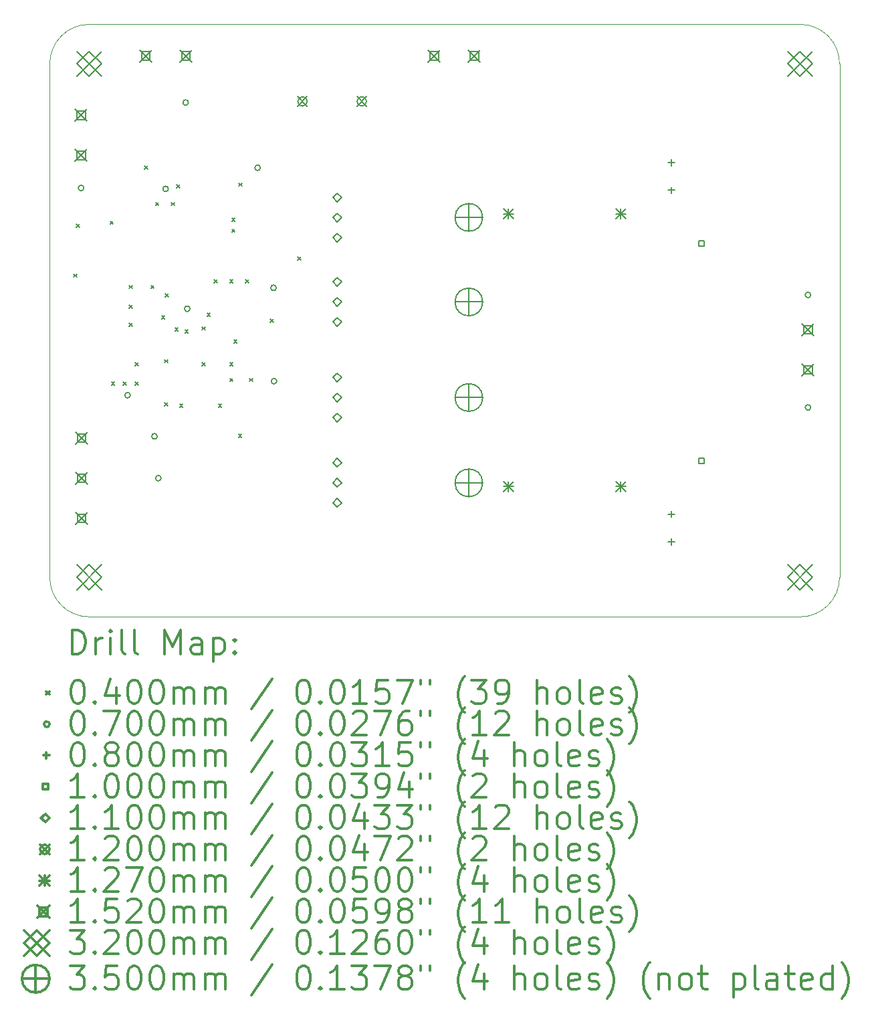
<source format=gbr>
%FSLAX45Y45*%
G04 Gerber Fmt 4.5, Leading zero omitted, Abs format (unit mm)*
G04 Created by KiCad (PCBNEW 5.1.10) date 2021-08-14 15:52:35*
%MOMM*%
%LPD*%
G01*
G04 APERTURE LIST*
%TA.AperFunction,Profile*%
%ADD10C,0.050000*%
%TD*%
%ADD11C,0.200000*%
%ADD12C,0.300000*%
G04 APERTURE END LIST*
D10*
X19500000Y-12750000D02*
G75*
G02*
X19000000Y-13250000I-500000J0D01*
G01*
X10000000Y-13250000D02*
G75*
G02*
X9500000Y-12750000I0J500000D01*
G01*
X9500000Y-6250000D02*
G75*
G02*
X10000000Y-5750000I500000J0D01*
G01*
X19000000Y-5750000D02*
G75*
G02*
X19500000Y-6250000I0J-500000D01*
G01*
X9500000Y-12750000D02*
X9500000Y-6250000D01*
X19000000Y-13250000D02*
X10000000Y-13250000D01*
X19500000Y-6250000D02*
X19500000Y-12750000D01*
X10000000Y-5750000D02*
X19000000Y-5750000D01*
D11*
X9805000Y-8909000D02*
X9845000Y-8949000D01*
X9845000Y-8909000D02*
X9805000Y-8949000D01*
X9837000Y-8278000D02*
X9877000Y-8318000D01*
X9877000Y-8278000D02*
X9837000Y-8318000D01*
X10265000Y-8242000D02*
X10305000Y-8282000D01*
X10305000Y-8242000D02*
X10265000Y-8282000D01*
X10282000Y-10280000D02*
X10322000Y-10320000D01*
X10322000Y-10280000D02*
X10282000Y-10320000D01*
X10430000Y-10280000D02*
X10470000Y-10320000D01*
X10470000Y-10280000D02*
X10430000Y-10320000D01*
X10505000Y-9055000D02*
X10545000Y-9095000D01*
X10545000Y-9055000D02*
X10505000Y-9095000D01*
X10505000Y-9305000D02*
X10545000Y-9345000D01*
X10545000Y-9305000D02*
X10505000Y-9345000D01*
X10505000Y-9530000D02*
X10545000Y-9570000D01*
X10545000Y-9530000D02*
X10505000Y-9570000D01*
X10580000Y-10030000D02*
X10620000Y-10070000D01*
X10620000Y-10030000D02*
X10580000Y-10070000D01*
X10580000Y-10280000D02*
X10620000Y-10320000D01*
X10620000Y-10280000D02*
X10580000Y-10320000D01*
X10699500Y-7540500D02*
X10739500Y-7580500D01*
X10739500Y-7540500D02*
X10699500Y-7580500D01*
X10780000Y-9055000D02*
X10820000Y-9095000D01*
X10820000Y-9055000D02*
X10780000Y-9095000D01*
X10840000Y-8005000D02*
X10880000Y-8045000D01*
X10880000Y-8005000D02*
X10840000Y-8045000D01*
X10916875Y-9441875D02*
X10956875Y-9481875D01*
X10956875Y-9441875D02*
X10916875Y-9481875D01*
X10954000Y-9993000D02*
X10994000Y-10033000D01*
X10994000Y-9993000D02*
X10954000Y-10033000D01*
X10955000Y-10540000D02*
X10995000Y-10580000D01*
X10995000Y-10540000D02*
X10955000Y-10580000D01*
X10960000Y-9160000D02*
X11000000Y-9200000D01*
X11000000Y-9160000D02*
X10960000Y-9200000D01*
X11040000Y-8005000D02*
X11080000Y-8045000D01*
X11080000Y-8005000D02*
X11040000Y-8045000D01*
X11085000Y-9590000D02*
X11125000Y-9630000D01*
X11125000Y-9590000D02*
X11085000Y-9630000D01*
X11105000Y-7780000D02*
X11145000Y-7820000D01*
X11145000Y-7780000D02*
X11105000Y-7820000D01*
X11145518Y-10557437D02*
X11185518Y-10597437D01*
X11185518Y-10557437D02*
X11145518Y-10597437D01*
X11212500Y-9617500D02*
X11252500Y-9657500D01*
X11252500Y-9617500D02*
X11212500Y-9657500D01*
X11430000Y-9580000D02*
X11470000Y-9620000D01*
X11470000Y-9580000D02*
X11430000Y-9620000D01*
X11430000Y-10030000D02*
X11470000Y-10070000D01*
X11470000Y-10030000D02*
X11430000Y-10070000D01*
X11492500Y-9407500D02*
X11532500Y-9447500D01*
X11532500Y-9407500D02*
X11492500Y-9447500D01*
X11580000Y-8980000D02*
X11620000Y-9020000D01*
X11620000Y-8980000D02*
X11580000Y-9020000D01*
X11635640Y-10556860D02*
X11675640Y-10596860D01*
X11675640Y-10556860D02*
X11635640Y-10596860D01*
X11780000Y-8980000D02*
X11820000Y-9020000D01*
X11820000Y-8980000D02*
X11780000Y-9020000D01*
X11780000Y-10030000D02*
X11820000Y-10070000D01*
X11820000Y-10030000D02*
X11780000Y-10070000D01*
X11780000Y-10230000D02*
X11820000Y-10270000D01*
X11820000Y-10230000D02*
X11780000Y-10270000D01*
X11805000Y-8202500D02*
X11845000Y-8242500D01*
X11845000Y-8202500D02*
X11805000Y-8242500D01*
X11805000Y-8342500D02*
X11845000Y-8382500D01*
X11845000Y-8342500D02*
X11805000Y-8382500D01*
X11830000Y-9745000D02*
X11870000Y-9785000D01*
X11870000Y-9745000D02*
X11830000Y-9785000D01*
X11890000Y-10936146D02*
X11930000Y-10976146D01*
X11930000Y-10936146D02*
X11890000Y-10976146D01*
X11892500Y-7757500D02*
X11932500Y-7797500D01*
X11932500Y-7757500D02*
X11892500Y-7797500D01*
X11980000Y-8980000D02*
X12020000Y-9020000D01*
X12020000Y-8980000D02*
X11980000Y-9020000D01*
X12030000Y-10230000D02*
X12070000Y-10270000D01*
X12070000Y-10230000D02*
X12030000Y-10270000D01*
X12290000Y-9480000D02*
X12330000Y-9520000D01*
X12330000Y-9480000D02*
X12290000Y-9520000D01*
X12640000Y-8697000D02*
X12680000Y-8737000D01*
X12680000Y-8697000D02*
X12640000Y-8737000D01*
X9932000Y-7822000D02*
G75*
G03*
X9932000Y-7822000I-35000J0D01*
G01*
X10520000Y-10445000D02*
G75*
G03*
X10520000Y-10445000I-35000J0D01*
G01*
X10860000Y-10965000D02*
G75*
G03*
X10860000Y-10965000I-35000J0D01*
G01*
X10910000Y-11495000D02*
G75*
G03*
X10910000Y-11495000I-35000J0D01*
G01*
X11002500Y-7832500D02*
G75*
G03*
X11002500Y-7832500I-35000J0D01*
G01*
X11256000Y-6740000D02*
G75*
G03*
X11256000Y-6740000I-35000J0D01*
G01*
X11275000Y-9350000D02*
G75*
G03*
X11275000Y-9350000I-35000J0D01*
G01*
X12167000Y-7565000D02*
G75*
G03*
X12167000Y-7565000I-35000J0D01*
G01*
X12367500Y-9085000D02*
G75*
G03*
X12367500Y-9085000I-35000J0D01*
G01*
X12375000Y-10267500D02*
G75*
G03*
X12375000Y-10267500I-35000J0D01*
G01*
X19135000Y-9175000D02*
G75*
G03*
X19135000Y-9175000I-35000J0D01*
G01*
X19135000Y-10600000D02*
G75*
G03*
X19135000Y-10600000I-35000J0D01*
G01*
X17370000Y-7460000D02*
X17370000Y-7540000D01*
X17330000Y-7500000D02*
X17410000Y-7500000D01*
X17370000Y-7810000D02*
X17370000Y-7890000D01*
X17330000Y-7850000D02*
X17410000Y-7850000D01*
X17370000Y-11910000D02*
X17370000Y-11990000D01*
X17330000Y-11950000D02*
X17410000Y-11950000D01*
X17370000Y-12260000D02*
X17370000Y-12340000D01*
X17330000Y-12300000D02*
X17410000Y-12300000D01*
X17785356Y-8560356D02*
X17785356Y-8489644D01*
X17714644Y-8489644D01*
X17714644Y-8560356D01*
X17785356Y-8560356D01*
X17785356Y-11310356D02*
X17785356Y-11239644D01*
X17714644Y-11239644D01*
X17714644Y-11310356D01*
X17785356Y-11310356D01*
X13140000Y-7995000D02*
X13195000Y-7940000D01*
X13140000Y-7885000D01*
X13085000Y-7940000D01*
X13140000Y-7995000D01*
X13140000Y-8249000D02*
X13195000Y-8194000D01*
X13140000Y-8139000D01*
X13085000Y-8194000D01*
X13140000Y-8249000D01*
X13140000Y-8503000D02*
X13195000Y-8448000D01*
X13140000Y-8393000D01*
X13085000Y-8448000D01*
X13140000Y-8503000D01*
X13140000Y-9065000D02*
X13195000Y-9010000D01*
X13140000Y-8955000D01*
X13085000Y-9010000D01*
X13140000Y-9065000D01*
X13140000Y-9319000D02*
X13195000Y-9264000D01*
X13140000Y-9209000D01*
X13085000Y-9264000D01*
X13140000Y-9319000D01*
X13140000Y-9573000D02*
X13195000Y-9518000D01*
X13140000Y-9463000D01*
X13085000Y-9518000D01*
X13140000Y-9573000D01*
X13140000Y-10275000D02*
X13195000Y-10220000D01*
X13140000Y-10165000D01*
X13085000Y-10220000D01*
X13140000Y-10275000D01*
X13140000Y-10529000D02*
X13195000Y-10474000D01*
X13140000Y-10419000D01*
X13085000Y-10474000D01*
X13140000Y-10529000D01*
X13140000Y-10783000D02*
X13195000Y-10728000D01*
X13140000Y-10673000D01*
X13085000Y-10728000D01*
X13140000Y-10783000D01*
X13140000Y-11355000D02*
X13195000Y-11300000D01*
X13140000Y-11245000D01*
X13085000Y-11300000D01*
X13140000Y-11355000D01*
X13140000Y-11609000D02*
X13195000Y-11554000D01*
X13140000Y-11499000D01*
X13085000Y-11554000D01*
X13140000Y-11609000D01*
X13140000Y-11863000D02*
X13195000Y-11808000D01*
X13140000Y-11753000D01*
X13085000Y-11808000D01*
X13140000Y-11863000D01*
X12640000Y-6665000D02*
X12760000Y-6785000D01*
X12760000Y-6665000D02*
X12640000Y-6785000D01*
X12760000Y-6725000D02*
G75*
G03*
X12760000Y-6725000I-60000J0D01*
G01*
X13390000Y-6665000D02*
X13510000Y-6785000D01*
X13510000Y-6665000D02*
X13390000Y-6785000D01*
X13510000Y-6725000D02*
G75*
G03*
X13510000Y-6725000I-60000J0D01*
G01*
X15245300Y-8086500D02*
X15372300Y-8213500D01*
X15372300Y-8086500D02*
X15245300Y-8213500D01*
X15308800Y-8086500D02*
X15308800Y-8213500D01*
X15245300Y-8150000D02*
X15372300Y-8150000D01*
X15245300Y-11536500D02*
X15372300Y-11663500D01*
X15372300Y-11536500D02*
X15245300Y-11663500D01*
X15308800Y-11536500D02*
X15308800Y-11663500D01*
X15245300Y-11600000D02*
X15372300Y-11600000D01*
X16667700Y-8086500D02*
X16794700Y-8213500D01*
X16794700Y-8086500D02*
X16667700Y-8213500D01*
X16731200Y-8086500D02*
X16731200Y-8213500D01*
X16667700Y-8150000D02*
X16794700Y-8150000D01*
X16667700Y-11536500D02*
X16794700Y-11663500D01*
X16794700Y-11536500D02*
X16667700Y-11663500D01*
X16731200Y-11536500D02*
X16731200Y-11663500D01*
X16667700Y-11600000D02*
X16794700Y-11600000D01*
X9821500Y-6826000D02*
X9973500Y-6978000D01*
X9973500Y-6826000D02*
X9821500Y-6978000D01*
X9951241Y-6955741D02*
X9951241Y-6848259D01*
X9843759Y-6848259D01*
X9843759Y-6955741D01*
X9951241Y-6955741D01*
X9821500Y-7334000D02*
X9973500Y-7486000D01*
X9973500Y-7334000D02*
X9821500Y-7486000D01*
X9951241Y-7463741D02*
X9951241Y-7356259D01*
X9843759Y-7356259D01*
X9843759Y-7463741D01*
X9951241Y-7463741D01*
X9826500Y-10911000D02*
X9978500Y-11063000D01*
X9978500Y-10911000D02*
X9826500Y-11063000D01*
X9956241Y-11040741D02*
X9956241Y-10933259D01*
X9848759Y-10933259D01*
X9848759Y-11040741D01*
X9956241Y-11040741D01*
X9826500Y-11419000D02*
X9978500Y-11571000D01*
X9978500Y-11419000D02*
X9826500Y-11571000D01*
X9956241Y-11548741D02*
X9956241Y-11441259D01*
X9848759Y-11441259D01*
X9848759Y-11548741D01*
X9956241Y-11548741D01*
X9826500Y-11927000D02*
X9978500Y-12079000D01*
X9978500Y-11927000D02*
X9826500Y-12079000D01*
X9956241Y-12056741D02*
X9956241Y-11949259D01*
X9848759Y-11949259D01*
X9848759Y-12056741D01*
X9956241Y-12056741D01*
X10641000Y-6074000D02*
X10793000Y-6226000D01*
X10793000Y-6074000D02*
X10641000Y-6226000D01*
X10770741Y-6203741D02*
X10770741Y-6096259D01*
X10663259Y-6096259D01*
X10663259Y-6203741D01*
X10770741Y-6203741D01*
X11149000Y-6074000D02*
X11301000Y-6226000D01*
X11301000Y-6074000D02*
X11149000Y-6226000D01*
X11278741Y-6203741D02*
X11278741Y-6096259D01*
X11171259Y-6096259D01*
X11171259Y-6203741D01*
X11278741Y-6203741D01*
X14291000Y-6074000D02*
X14443000Y-6226000D01*
X14443000Y-6074000D02*
X14291000Y-6226000D01*
X14420741Y-6203741D02*
X14420741Y-6096259D01*
X14313259Y-6096259D01*
X14313259Y-6203741D01*
X14420741Y-6203741D01*
X14799000Y-6074000D02*
X14951000Y-6226000D01*
X14951000Y-6074000D02*
X14799000Y-6226000D01*
X14928741Y-6203741D02*
X14928741Y-6096259D01*
X14821259Y-6096259D01*
X14821259Y-6203741D01*
X14928741Y-6203741D01*
X19024000Y-9541000D02*
X19176000Y-9693000D01*
X19176000Y-9541000D02*
X19024000Y-9693000D01*
X19153741Y-9670741D02*
X19153741Y-9563259D01*
X19046259Y-9563259D01*
X19046259Y-9670741D01*
X19153741Y-9670741D01*
X19024000Y-10049000D02*
X19176000Y-10201000D01*
X19176000Y-10049000D02*
X19024000Y-10201000D01*
X19153741Y-10178741D02*
X19153741Y-10071259D01*
X19046259Y-10071259D01*
X19046259Y-10178741D01*
X19153741Y-10178741D01*
X9840000Y-6090000D02*
X10160000Y-6410000D01*
X10160000Y-6090000D02*
X9840000Y-6410000D01*
X10000000Y-6410000D02*
X10160000Y-6250000D01*
X10000000Y-6090000D01*
X9840000Y-6250000D01*
X10000000Y-6410000D01*
X9840000Y-12590000D02*
X10160000Y-12910000D01*
X10160000Y-12590000D02*
X9840000Y-12910000D01*
X10000000Y-12910000D02*
X10160000Y-12750000D01*
X10000000Y-12590000D01*
X9840000Y-12750000D01*
X10000000Y-12910000D01*
X18840000Y-6090000D02*
X19160000Y-6410000D01*
X19160000Y-6090000D02*
X18840000Y-6410000D01*
X19000000Y-6410000D02*
X19160000Y-6250000D01*
X19000000Y-6090000D01*
X18840000Y-6250000D01*
X19000000Y-6410000D01*
X18840000Y-12590000D02*
X19160000Y-12910000D01*
X19160000Y-12590000D02*
X18840000Y-12910000D01*
X19000000Y-12910000D02*
X19160000Y-12750000D01*
X19000000Y-12590000D01*
X18840000Y-12750000D01*
X19000000Y-12910000D01*
X14806000Y-8019000D02*
X14806000Y-8369000D01*
X14631000Y-8194000D02*
X14981000Y-8194000D01*
X14981000Y-8194000D02*
G75*
G03*
X14981000Y-8194000I-175000J0D01*
G01*
X14806000Y-9089000D02*
X14806000Y-9439000D01*
X14631000Y-9264000D02*
X14981000Y-9264000D01*
X14981000Y-9264000D02*
G75*
G03*
X14981000Y-9264000I-175000J0D01*
G01*
X14806000Y-10299000D02*
X14806000Y-10649000D01*
X14631000Y-10474000D02*
X14981000Y-10474000D01*
X14981000Y-10474000D02*
G75*
G03*
X14981000Y-10474000I-175000J0D01*
G01*
X14806000Y-11379000D02*
X14806000Y-11729000D01*
X14631000Y-11554000D02*
X14981000Y-11554000D01*
X14981000Y-11554000D02*
G75*
G03*
X14981000Y-11554000I-175000J0D01*
G01*
D12*
X9783928Y-13718214D02*
X9783928Y-13418214D01*
X9855357Y-13418214D01*
X9898214Y-13432500D01*
X9926786Y-13461071D01*
X9941071Y-13489643D01*
X9955357Y-13546786D01*
X9955357Y-13589643D01*
X9941071Y-13646786D01*
X9926786Y-13675357D01*
X9898214Y-13703929D01*
X9855357Y-13718214D01*
X9783928Y-13718214D01*
X10083928Y-13718214D02*
X10083928Y-13518214D01*
X10083928Y-13575357D02*
X10098214Y-13546786D01*
X10112500Y-13532500D01*
X10141071Y-13518214D01*
X10169643Y-13518214D01*
X10269643Y-13718214D02*
X10269643Y-13518214D01*
X10269643Y-13418214D02*
X10255357Y-13432500D01*
X10269643Y-13446786D01*
X10283928Y-13432500D01*
X10269643Y-13418214D01*
X10269643Y-13446786D01*
X10455357Y-13718214D02*
X10426786Y-13703929D01*
X10412500Y-13675357D01*
X10412500Y-13418214D01*
X10612500Y-13718214D02*
X10583928Y-13703929D01*
X10569643Y-13675357D01*
X10569643Y-13418214D01*
X10955357Y-13718214D02*
X10955357Y-13418214D01*
X11055357Y-13632500D01*
X11155357Y-13418214D01*
X11155357Y-13718214D01*
X11426786Y-13718214D02*
X11426786Y-13561071D01*
X11412500Y-13532500D01*
X11383928Y-13518214D01*
X11326786Y-13518214D01*
X11298214Y-13532500D01*
X11426786Y-13703929D02*
X11398214Y-13718214D01*
X11326786Y-13718214D01*
X11298214Y-13703929D01*
X11283928Y-13675357D01*
X11283928Y-13646786D01*
X11298214Y-13618214D01*
X11326786Y-13603929D01*
X11398214Y-13603929D01*
X11426786Y-13589643D01*
X11569643Y-13518214D02*
X11569643Y-13818214D01*
X11569643Y-13532500D02*
X11598214Y-13518214D01*
X11655357Y-13518214D01*
X11683928Y-13532500D01*
X11698214Y-13546786D01*
X11712500Y-13575357D01*
X11712500Y-13661071D01*
X11698214Y-13689643D01*
X11683928Y-13703929D01*
X11655357Y-13718214D01*
X11598214Y-13718214D01*
X11569643Y-13703929D01*
X11841071Y-13689643D02*
X11855357Y-13703929D01*
X11841071Y-13718214D01*
X11826786Y-13703929D01*
X11841071Y-13689643D01*
X11841071Y-13718214D01*
X11841071Y-13532500D02*
X11855357Y-13546786D01*
X11841071Y-13561071D01*
X11826786Y-13546786D01*
X11841071Y-13532500D01*
X11841071Y-13561071D01*
X9457500Y-14192500D02*
X9497500Y-14232500D01*
X9497500Y-14192500D02*
X9457500Y-14232500D01*
X9841071Y-14048214D02*
X9869643Y-14048214D01*
X9898214Y-14062500D01*
X9912500Y-14076786D01*
X9926786Y-14105357D01*
X9941071Y-14162500D01*
X9941071Y-14233929D01*
X9926786Y-14291071D01*
X9912500Y-14319643D01*
X9898214Y-14333929D01*
X9869643Y-14348214D01*
X9841071Y-14348214D01*
X9812500Y-14333929D01*
X9798214Y-14319643D01*
X9783928Y-14291071D01*
X9769643Y-14233929D01*
X9769643Y-14162500D01*
X9783928Y-14105357D01*
X9798214Y-14076786D01*
X9812500Y-14062500D01*
X9841071Y-14048214D01*
X10069643Y-14319643D02*
X10083928Y-14333929D01*
X10069643Y-14348214D01*
X10055357Y-14333929D01*
X10069643Y-14319643D01*
X10069643Y-14348214D01*
X10341071Y-14148214D02*
X10341071Y-14348214D01*
X10269643Y-14033929D02*
X10198214Y-14248214D01*
X10383928Y-14248214D01*
X10555357Y-14048214D02*
X10583928Y-14048214D01*
X10612500Y-14062500D01*
X10626786Y-14076786D01*
X10641071Y-14105357D01*
X10655357Y-14162500D01*
X10655357Y-14233929D01*
X10641071Y-14291071D01*
X10626786Y-14319643D01*
X10612500Y-14333929D01*
X10583928Y-14348214D01*
X10555357Y-14348214D01*
X10526786Y-14333929D01*
X10512500Y-14319643D01*
X10498214Y-14291071D01*
X10483928Y-14233929D01*
X10483928Y-14162500D01*
X10498214Y-14105357D01*
X10512500Y-14076786D01*
X10526786Y-14062500D01*
X10555357Y-14048214D01*
X10841071Y-14048214D02*
X10869643Y-14048214D01*
X10898214Y-14062500D01*
X10912500Y-14076786D01*
X10926786Y-14105357D01*
X10941071Y-14162500D01*
X10941071Y-14233929D01*
X10926786Y-14291071D01*
X10912500Y-14319643D01*
X10898214Y-14333929D01*
X10869643Y-14348214D01*
X10841071Y-14348214D01*
X10812500Y-14333929D01*
X10798214Y-14319643D01*
X10783928Y-14291071D01*
X10769643Y-14233929D01*
X10769643Y-14162500D01*
X10783928Y-14105357D01*
X10798214Y-14076786D01*
X10812500Y-14062500D01*
X10841071Y-14048214D01*
X11069643Y-14348214D02*
X11069643Y-14148214D01*
X11069643Y-14176786D02*
X11083928Y-14162500D01*
X11112500Y-14148214D01*
X11155357Y-14148214D01*
X11183928Y-14162500D01*
X11198214Y-14191071D01*
X11198214Y-14348214D01*
X11198214Y-14191071D02*
X11212500Y-14162500D01*
X11241071Y-14148214D01*
X11283928Y-14148214D01*
X11312500Y-14162500D01*
X11326786Y-14191071D01*
X11326786Y-14348214D01*
X11469643Y-14348214D02*
X11469643Y-14148214D01*
X11469643Y-14176786D02*
X11483928Y-14162500D01*
X11512500Y-14148214D01*
X11555357Y-14148214D01*
X11583928Y-14162500D01*
X11598214Y-14191071D01*
X11598214Y-14348214D01*
X11598214Y-14191071D02*
X11612500Y-14162500D01*
X11641071Y-14148214D01*
X11683928Y-14148214D01*
X11712500Y-14162500D01*
X11726786Y-14191071D01*
X11726786Y-14348214D01*
X12312500Y-14033929D02*
X12055357Y-14419643D01*
X12698214Y-14048214D02*
X12726786Y-14048214D01*
X12755357Y-14062500D01*
X12769643Y-14076786D01*
X12783928Y-14105357D01*
X12798214Y-14162500D01*
X12798214Y-14233929D01*
X12783928Y-14291071D01*
X12769643Y-14319643D01*
X12755357Y-14333929D01*
X12726786Y-14348214D01*
X12698214Y-14348214D01*
X12669643Y-14333929D01*
X12655357Y-14319643D01*
X12641071Y-14291071D01*
X12626786Y-14233929D01*
X12626786Y-14162500D01*
X12641071Y-14105357D01*
X12655357Y-14076786D01*
X12669643Y-14062500D01*
X12698214Y-14048214D01*
X12926786Y-14319643D02*
X12941071Y-14333929D01*
X12926786Y-14348214D01*
X12912500Y-14333929D01*
X12926786Y-14319643D01*
X12926786Y-14348214D01*
X13126786Y-14048214D02*
X13155357Y-14048214D01*
X13183928Y-14062500D01*
X13198214Y-14076786D01*
X13212500Y-14105357D01*
X13226786Y-14162500D01*
X13226786Y-14233929D01*
X13212500Y-14291071D01*
X13198214Y-14319643D01*
X13183928Y-14333929D01*
X13155357Y-14348214D01*
X13126786Y-14348214D01*
X13098214Y-14333929D01*
X13083928Y-14319643D01*
X13069643Y-14291071D01*
X13055357Y-14233929D01*
X13055357Y-14162500D01*
X13069643Y-14105357D01*
X13083928Y-14076786D01*
X13098214Y-14062500D01*
X13126786Y-14048214D01*
X13512500Y-14348214D02*
X13341071Y-14348214D01*
X13426786Y-14348214D02*
X13426786Y-14048214D01*
X13398214Y-14091071D01*
X13369643Y-14119643D01*
X13341071Y-14133929D01*
X13783928Y-14048214D02*
X13641071Y-14048214D01*
X13626786Y-14191071D01*
X13641071Y-14176786D01*
X13669643Y-14162500D01*
X13741071Y-14162500D01*
X13769643Y-14176786D01*
X13783928Y-14191071D01*
X13798214Y-14219643D01*
X13798214Y-14291071D01*
X13783928Y-14319643D01*
X13769643Y-14333929D01*
X13741071Y-14348214D01*
X13669643Y-14348214D01*
X13641071Y-14333929D01*
X13626786Y-14319643D01*
X13898214Y-14048214D02*
X14098214Y-14048214D01*
X13969643Y-14348214D01*
X14198214Y-14048214D02*
X14198214Y-14105357D01*
X14312500Y-14048214D02*
X14312500Y-14105357D01*
X14755357Y-14462500D02*
X14741071Y-14448214D01*
X14712500Y-14405357D01*
X14698214Y-14376786D01*
X14683928Y-14333929D01*
X14669643Y-14262500D01*
X14669643Y-14205357D01*
X14683928Y-14133929D01*
X14698214Y-14091071D01*
X14712500Y-14062500D01*
X14741071Y-14019643D01*
X14755357Y-14005357D01*
X14841071Y-14048214D02*
X15026786Y-14048214D01*
X14926786Y-14162500D01*
X14969643Y-14162500D01*
X14998214Y-14176786D01*
X15012500Y-14191071D01*
X15026786Y-14219643D01*
X15026786Y-14291071D01*
X15012500Y-14319643D01*
X14998214Y-14333929D01*
X14969643Y-14348214D01*
X14883928Y-14348214D01*
X14855357Y-14333929D01*
X14841071Y-14319643D01*
X15169643Y-14348214D02*
X15226786Y-14348214D01*
X15255357Y-14333929D01*
X15269643Y-14319643D01*
X15298214Y-14276786D01*
X15312500Y-14219643D01*
X15312500Y-14105357D01*
X15298214Y-14076786D01*
X15283928Y-14062500D01*
X15255357Y-14048214D01*
X15198214Y-14048214D01*
X15169643Y-14062500D01*
X15155357Y-14076786D01*
X15141071Y-14105357D01*
X15141071Y-14176786D01*
X15155357Y-14205357D01*
X15169643Y-14219643D01*
X15198214Y-14233929D01*
X15255357Y-14233929D01*
X15283928Y-14219643D01*
X15298214Y-14205357D01*
X15312500Y-14176786D01*
X15669643Y-14348214D02*
X15669643Y-14048214D01*
X15798214Y-14348214D02*
X15798214Y-14191071D01*
X15783928Y-14162500D01*
X15755357Y-14148214D01*
X15712500Y-14148214D01*
X15683928Y-14162500D01*
X15669643Y-14176786D01*
X15983928Y-14348214D02*
X15955357Y-14333929D01*
X15941071Y-14319643D01*
X15926786Y-14291071D01*
X15926786Y-14205357D01*
X15941071Y-14176786D01*
X15955357Y-14162500D01*
X15983928Y-14148214D01*
X16026786Y-14148214D01*
X16055357Y-14162500D01*
X16069643Y-14176786D01*
X16083928Y-14205357D01*
X16083928Y-14291071D01*
X16069643Y-14319643D01*
X16055357Y-14333929D01*
X16026786Y-14348214D01*
X15983928Y-14348214D01*
X16255357Y-14348214D02*
X16226786Y-14333929D01*
X16212500Y-14305357D01*
X16212500Y-14048214D01*
X16483928Y-14333929D02*
X16455357Y-14348214D01*
X16398214Y-14348214D01*
X16369643Y-14333929D01*
X16355357Y-14305357D01*
X16355357Y-14191071D01*
X16369643Y-14162500D01*
X16398214Y-14148214D01*
X16455357Y-14148214D01*
X16483928Y-14162500D01*
X16498214Y-14191071D01*
X16498214Y-14219643D01*
X16355357Y-14248214D01*
X16612500Y-14333929D02*
X16641071Y-14348214D01*
X16698214Y-14348214D01*
X16726786Y-14333929D01*
X16741071Y-14305357D01*
X16741071Y-14291071D01*
X16726786Y-14262500D01*
X16698214Y-14248214D01*
X16655357Y-14248214D01*
X16626786Y-14233929D01*
X16612500Y-14205357D01*
X16612500Y-14191071D01*
X16626786Y-14162500D01*
X16655357Y-14148214D01*
X16698214Y-14148214D01*
X16726786Y-14162500D01*
X16841071Y-14462500D02*
X16855357Y-14448214D01*
X16883928Y-14405357D01*
X16898214Y-14376786D01*
X16912500Y-14333929D01*
X16926786Y-14262500D01*
X16926786Y-14205357D01*
X16912500Y-14133929D01*
X16898214Y-14091071D01*
X16883928Y-14062500D01*
X16855357Y-14019643D01*
X16841071Y-14005357D01*
X9497500Y-14608500D02*
G75*
G03*
X9497500Y-14608500I-35000J0D01*
G01*
X9841071Y-14444214D02*
X9869643Y-14444214D01*
X9898214Y-14458500D01*
X9912500Y-14472786D01*
X9926786Y-14501357D01*
X9941071Y-14558500D01*
X9941071Y-14629929D01*
X9926786Y-14687071D01*
X9912500Y-14715643D01*
X9898214Y-14729929D01*
X9869643Y-14744214D01*
X9841071Y-14744214D01*
X9812500Y-14729929D01*
X9798214Y-14715643D01*
X9783928Y-14687071D01*
X9769643Y-14629929D01*
X9769643Y-14558500D01*
X9783928Y-14501357D01*
X9798214Y-14472786D01*
X9812500Y-14458500D01*
X9841071Y-14444214D01*
X10069643Y-14715643D02*
X10083928Y-14729929D01*
X10069643Y-14744214D01*
X10055357Y-14729929D01*
X10069643Y-14715643D01*
X10069643Y-14744214D01*
X10183928Y-14444214D02*
X10383928Y-14444214D01*
X10255357Y-14744214D01*
X10555357Y-14444214D02*
X10583928Y-14444214D01*
X10612500Y-14458500D01*
X10626786Y-14472786D01*
X10641071Y-14501357D01*
X10655357Y-14558500D01*
X10655357Y-14629929D01*
X10641071Y-14687071D01*
X10626786Y-14715643D01*
X10612500Y-14729929D01*
X10583928Y-14744214D01*
X10555357Y-14744214D01*
X10526786Y-14729929D01*
X10512500Y-14715643D01*
X10498214Y-14687071D01*
X10483928Y-14629929D01*
X10483928Y-14558500D01*
X10498214Y-14501357D01*
X10512500Y-14472786D01*
X10526786Y-14458500D01*
X10555357Y-14444214D01*
X10841071Y-14444214D02*
X10869643Y-14444214D01*
X10898214Y-14458500D01*
X10912500Y-14472786D01*
X10926786Y-14501357D01*
X10941071Y-14558500D01*
X10941071Y-14629929D01*
X10926786Y-14687071D01*
X10912500Y-14715643D01*
X10898214Y-14729929D01*
X10869643Y-14744214D01*
X10841071Y-14744214D01*
X10812500Y-14729929D01*
X10798214Y-14715643D01*
X10783928Y-14687071D01*
X10769643Y-14629929D01*
X10769643Y-14558500D01*
X10783928Y-14501357D01*
X10798214Y-14472786D01*
X10812500Y-14458500D01*
X10841071Y-14444214D01*
X11069643Y-14744214D02*
X11069643Y-14544214D01*
X11069643Y-14572786D02*
X11083928Y-14558500D01*
X11112500Y-14544214D01*
X11155357Y-14544214D01*
X11183928Y-14558500D01*
X11198214Y-14587071D01*
X11198214Y-14744214D01*
X11198214Y-14587071D02*
X11212500Y-14558500D01*
X11241071Y-14544214D01*
X11283928Y-14544214D01*
X11312500Y-14558500D01*
X11326786Y-14587071D01*
X11326786Y-14744214D01*
X11469643Y-14744214D02*
X11469643Y-14544214D01*
X11469643Y-14572786D02*
X11483928Y-14558500D01*
X11512500Y-14544214D01*
X11555357Y-14544214D01*
X11583928Y-14558500D01*
X11598214Y-14587071D01*
X11598214Y-14744214D01*
X11598214Y-14587071D02*
X11612500Y-14558500D01*
X11641071Y-14544214D01*
X11683928Y-14544214D01*
X11712500Y-14558500D01*
X11726786Y-14587071D01*
X11726786Y-14744214D01*
X12312500Y-14429929D02*
X12055357Y-14815643D01*
X12698214Y-14444214D02*
X12726786Y-14444214D01*
X12755357Y-14458500D01*
X12769643Y-14472786D01*
X12783928Y-14501357D01*
X12798214Y-14558500D01*
X12798214Y-14629929D01*
X12783928Y-14687071D01*
X12769643Y-14715643D01*
X12755357Y-14729929D01*
X12726786Y-14744214D01*
X12698214Y-14744214D01*
X12669643Y-14729929D01*
X12655357Y-14715643D01*
X12641071Y-14687071D01*
X12626786Y-14629929D01*
X12626786Y-14558500D01*
X12641071Y-14501357D01*
X12655357Y-14472786D01*
X12669643Y-14458500D01*
X12698214Y-14444214D01*
X12926786Y-14715643D02*
X12941071Y-14729929D01*
X12926786Y-14744214D01*
X12912500Y-14729929D01*
X12926786Y-14715643D01*
X12926786Y-14744214D01*
X13126786Y-14444214D02*
X13155357Y-14444214D01*
X13183928Y-14458500D01*
X13198214Y-14472786D01*
X13212500Y-14501357D01*
X13226786Y-14558500D01*
X13226786Y-14629929D01*
X13212500Y-14687071D01*
X13198214Y-14715643D01*
X13183928Y-14729929D01*
X13155357Y-14744214D01*
X13126786Y-14744214D01*
X13098214Y-14729929D01*
X13083928Y-14715643D01*
X13069643Y-14687071D01*
X13055357Y-14629929D01*
X13055357Y-14558500D01*
X13069643Y-14501357D01*
X13083928Y-14472786D01*
X13098214Y-14458500D01*
X13126786Y-14444214D01*
X13341071Y-14472786D02*
X13355357Y-14458500D01*
X13383928Y-14444214D01*
X13455357Y-14444214D01*
X13483928Y-14458500D01*
X13498214Y-14472786D01*
X13512500Y-14501357D01*
X13512500Y-14529929D01*
X13498214Y-14572786D01*
X13326786Y-14744214D01*
X13512500Y-14744214D01*
X13612500Y-14444214D02*
X13812500Y-14444214D01*
X13683928Y-14744214D01*
X14055357Y-14444214D02*
X13998214Y-14444214D01*
X13969643Y-14458500D01*
X13955357Y-14472786D01*
X13926786Y-14515643D01*
X13912500Y-14572786D01*
X13912500Y-14687071D01*
X13926786Y-14715643D01*
X13941071Y-14729929D01*
X13969643Y-14744214D01*
X14026786Y-14744214D01*
X14055357Y-14729929D01*
X14069643Y-14715643D01*
X14083928Y-14687071D01*
X14083928Y-14615643D01*
X14069643Y-14587071D01*
X14055357Y-14572786D01*
X14026786Y-14558500D01*
X13969643Y-14558500D01*
X13941071Y-14572786D01*
X13926786Y-14587071D01*
X13912500Y-14615643D01*
X14198214Y-14444214D02*
X14198214Y-14501357D01*
X14312500Y-14444214D02*
X14312500Y-14501357D01*
X14755357Y-14858500D02*
X14741071Y-14844214D01*
X14712500Y-14801357D01*
X14698214Y-14772786D01*
X14683928Y-14729929D01*
X14669643Y-14658500D01*
X14669643Y-14601357D01*
X14683928Y-14529929D01*
X14698214Y-14487071D01*
X14712500Y-14458500D01*
X14741071Y-14415643D01*
X14755357Y-14401357D01*
X15026786Y-14744214D02*
X14855357Y-14744214D01*
X14941071Y-14744214D02*
X14941071Y-14444214D01*
X14912500Y-14487071D01*
X14883928Y-14515643D01*
X14855357Y-14529929D01*
X15141071Y-14472786D02*
X15155357Y-14458500D01*
X15183928Y-14444214D01*
X15255357Y-14444214D01*
X15283928Y-14458500D01*
X15298214Y-14472786D01*
X15312500Y-14501357D01*
X15312500Y-14529929D01*
X15298214Y-14572786D01*
X15126786Y-14744214D01*
X15312500Y-14744214D01*
X15669643Y-14744214D02*
X15669643Y-14444214D01*
X15798214Y-14744214D02*
X15798214Y-14587071D01*
X15783928Y-14558500D01*
X15755357Y-14544214D01*
X15712500Y-14544214D01*
X15683928Y-14558500D01*
X15669643Y-14572786D01*
X15983928Y-14744214D02*
X15955357Y-14729929D01*
X15941071Y-14715643D01*
X15926786Y-14687071D01*
X15926786Y-14601357D01*
X15941071Y-14572786D01*
X15955357Y-14558500D01*
X15983928Y-14544214D01*
X16026786Y-14544214D01*
X16055357Y-14558500D01*
X16069643Y-14572786D01*
X16083928Y-14601357D01*
X16083928Y-14687071D01*
X16069643Y-14715643D01*
X16055357Y-14729929D01*
X16026786Y-14744214D01*
X15983928Y-14744214D01*
X16255357Y-14744214D02*
X16226786Y-14729929D01*
X16212500Y-14701357D01*
X16212500Y-14444214D01*
X16483928Y-14729929D02*
X16455357Y-14744214D01*
X16398214Y-14744214D01*
X16369643Y-14729929D01*
X16355357Y-14701357D01*
X16355357Y-14587071D01*
X16369643Y-14558500D01*
X16398214Y-14544214D01*
X16455357Y-14544214D01*
X16483928Y-14558500D01*
X16498214Y-14587071D01*
X16498214Y-14615643D01*
X16355357Y-14644214D01*
X16612500Y-14729929D02*
X16641071Y-14744214D01*
X16698214Y-14744214D01*
X16726786Y-14729929D01*
X16741071Y-14701357D01*
X16741071Y-14687071D01*
X16726786Y-14658500D01*
X16698214Y-14644214D01*
X16655357Y-14644214D01*
X16626786Y-14629929D01*
X16612500Y-14601357D01*
X16612500Y-14587071D01*
X16626786Y-14558500D01*
X16655357Y-14544214D01*
X16698214Y-14544214D01*
X16726786Y-14558500D01*
X16841071Y-14858500D02*
X16855357Y-14844214D01*
X16883928Y-14801357D01*
X16898214Y-14772786D01*
X16912500Y-14729929D01*
X16926786Y-14658500D01*
X16926786Y-14601357D01*
X16912500Y-14529929D01*
X16898214Y-14487071D01*
X16883928Y-14458500D01*
X16855357Y-14415643D01*
X16841071Y-14401357D01*
X9457500Y-14964500D02*
X9457500Y-15044500D01*
X9417500Y-15004500D02*
X9497500Y-15004500D01*
X9841071Y-14840214D02*
X9869643Y-14840214D01*
X9898214Y-14854500D01*
X9912500Y-14868786D01*
X9926786Y-14897357D01*
X9941071Y-14954500D01*
X9941071Y-15025929D01*
X9926786Y-15083071D01*
X9912500Y-15111643D01*
X9898214Y-15125929D01*
X9869643Y-15140214D01*
X9841071Y-15140214D01*
X9812500Y-15125929D01*
X9798214Y-15111643D01*
X9783928Y-15083071D01*
X9769643Y-15025929D01*
X9769643Y-14954500D01*
X9783928Y-14897357D01*
X9798214Y-14868786D01*
X9812500Y-14854500D01*
X9841071Y-14840214D01*
X10069643Y-15111643D02*
X10083928Y-15125929D01*
X10069643Y-15140214D01*
X10055357Y-15125929D01*
X10069643Y-15111643D01*
X10069643Y-15140214D01*
X10255357Y-14968786D02*
X10226786Y-14954500D01*
X10212500Y-14940214D01*
X10198214Y-14911643D01*
X10198214Y-14897357D01*
X10212500Y-14868786D01*
X10226786Y-14854500D01*
X10255357Y-14840214D01*
X10312500Y-14840214D01*
X10341071Y-14854500D01*
X10355357Y-14868786D01*
X10369643Y-14897357D01*
X10369643Y-14911643D01*
X10355357Y-14940214D01*
X10341071Y-14954500D01*
X10312500Y-14968786D01*
X10255357Y-14968786D01*
X10226786Y-14983071D01*
X10212500Y-14997357D01*
X10198214Y-15025929D01*
X10198214Y-15083071D01*
X10212500Y-15111643D01*
X10226786Y-15125929D01*
X10255357Y-15140214D01*
X10312500Y-15140214D01*
X10341071Y-15125929D01*
X10355357Y-15111643D01*
X10369643Y-15083071D01*
X10369643Y-15025929D01*
X10355357Y-14997357D01*
X10341071Y-14983071D01*
X10312500Y-14968786D01*
X10555357Y-14840214D02*
X10583928Y-14840214D01*
X10612500Y-14854500D01*
X10626786Y-14868786D01*
X10641071Y-14897357D01*
X10655357Y-14954500D01*
X10655357Y-15025929D01*
X10641071Y-15083071D01*
X10626786Y-15111643D01*
X10612500Y-15125929D01*
X10583928Y-15140214D01*
X10555357Y-15140214D01*
X10526786Y-15125929D01*
X10512500Y-15111643D01*
X10498214Y-15083071D01*
X10483928Y-15025929D01*
X10483928Y-14954500D01*
X10498214Y-14897357D01*
X10512500Y-14868786D01*
X10526786Y-14854500D01*
X10555357Y-14840214D01*
X10841071Y-14840214D02*
X10869643Y-14840214D01*
X10898214Y-14854500D01*
X10912500Y-14868786D01*
X10926786Y-14897357D01*
X10941071Y-14954500D01*
X10941071Y-15025929D01*
X10926786Y-15083071D01*
X10912500Y-15111643D01*
X10898214Y-15125929D01*
X10869643Y-15140214D01*
X10841071Y-15140214D01*
X10812500Y-15125929D01*
X10798214Y-15111643D01*
X10783928Y-15083071D01*
X10769643Y-15025929D01*
X10769643Y-14954500D01*
X10783928Y-14897357D01*
X10798214Y-14868786D01*
X10812500Y-14854500D01*
X10841071Y-14840214D01*
X11069643Y-15140214D02*
X11069643Y-14940214D01*
X11069643Y-14968786D02*
X11083928Y-14954500D01*
X11112500Y-14940214D01*
X11155357Y-14940214D01*
X11183928Y-14954500D01*
X11198214Y-14983071D01*
X11198214Y-15140214D01*
X11198214Y-14983071D02*
X11212500Y-14954500D01*
X11241071Y-14940214D01*
X11283928Y-14940214D01*
X11312500Y-14954500D01*
X11326786Y-14983071D01*
X11326786Y-15140214D01*
X11469643Y-15140214D02*
X11469643Y-14940214D01*
X11469643Y-14968786D02*
X11483928Y-14954500D01*
X11512500Y-14940214D01*
X11555357Y-14940214D01*
X11583928Y-14954500D01*
X11598214Y-14983071D01*
X11598214Y-15140214D01*
X11598214Y-14983071D02*
X11612500Y-14954500D01*
X11641071Y-14940214D01*
X11683928Y-14940214D01*
X11712500Y-14954500D01*
X11726786Y-14983071D01*
X11726786Y-15140214D01*
X12312500Y-14825929D02*
X12055357Y-15211643D01*
X12698214Y-14840214D02*
X12726786Y-14840214D01*
X12755357Y-14854500D01*
X12769643Y-14868786D01*
X12783928Y-14897357D01*
X12798214Y-14954500D01*
X12798214Y-15025929D01*
X12783928Y-15083071D01*
X12769643Y-15111643D01*
X12755357Y-15125929D01*
X12726786Y-15140214D01*
X12698214Y-15140214D01*
X12669643Y-15125929D01*
X12655357Y-15111643D01*
X12641071Y-15083071D01*
X12626786Y-15025929D01*
X12626786Y-14954500D01*
X12641071Y-14897357D01*
X12655357Y-14868786D01*
X12669643Y-14854500D01*
X12698214Y-14840214D01*
X12926786Y-15111643D02*
X12941071Y-15125929D01*
X12926786Y-15140214D01*
X12912500Y-15125929D01*
X12926786Y-15111643D01*
X12926786Y-15140214D01*
X13126786Y-14840214D02*
X13155357Y-14840214D01*
X13183928Y-14854500D01*
X13198214Y-14868786D01*
X13212500Y-14897357D01*
X13226786Y-14954500D01*
X13226786Y-15025929D01*
X13212500Y-15083071D01*
X13198214Y-15111643D01*
X13183928Y-15125929D01*
X13155357Y-15140214D01*
X13126786Y-15140214D01*
X13098214Y-15125929D01*
X13083928Y-15111643D01*
X13069643Y-15083071D01*
X13055357Y-15025929D01*
X13055357Y-14954500D01*
X13069643Y-14897357D01*
X13083928Y-14868786D01*
X13098214Y-14854500D01*
X13126786Y-14840214D01*
X13326786Y-14840214D02*
X13512500Y-14840214D01*
X13412500Y-14954500D01*
X13455357Y-14954500D01*
X13483928Y-14968786D01*
X13498214Y-14983071D01*
X13512500Y-15011643D01*
X13512500Y-15083071D01*
X13498214Y-15111643D01*
X13483928Y-15125929D01*
X13455357Y-15140214D01*
X13369643Y-15140214D01*
X13341071Y-15125929D01*
X13326786Y-15111643D01*
X13798214Y-15140214D02*
X13626786Y-15140214D01*
X13712500Y-15140214D02*
X13712500Y-14840214D01*
X13683928Y-14883071D01*
X13655357Y-14911643D01*
X13626786Y-14925929D01*
X14069643Y-14840214D02*
X13926786Y-14840214D01*
X13912500Y-14983071D01*
X13926786Y-14968786D01*
X13955357Y-14954500D01*
X14026786Y-14954500D01*
X14055357Y-14968786D01*
X14069643Y-14983071D01*
X14083928Y-15011643D01*
X14083928Y-15083071D01*
X14069643Y-15111643D01*
X14055357Y-15125929D01*
X14026786Y-15140214D01*
X13955357Y-15140214D01*
X13926786Y-15125929D01*
X13912500Y-15111643D01*
X14198214Y-14840214D02*
X14198214Y-14897357D01*
X14312500Y-14840214D02*
X14312500Y-14897357D01*
X14755357Y-15254500D02*
X14741071Y-15240214D01*
X14712500Y-15197357D01*
X14698214Y-15168786D01*
X14683928Y-15125929D01*
X14669643Y-15054500D01*
X14669643Y-14997357D01*
X14683928Y-14925929D01*
X14698214Y-14883071D01*
X14712500Y-14854500D01*
X14741071Y-14811643D01*
X14755357Y-14797357D01*
X14998214Y-14940214D02*
X14998214Y-15140214D01*
X14926786Y-14825929D02*
X14855357Y-15040214D01*
X15041071Y-15040214D01*
X15383928Y-15140214D02*
X15383928Y-14840214D01*
X15512500Y-15140214D02*
X15512500Y-14983071D01*
X15498214Y-14954500D01*
X15469643Y-14940214D01*
X15426786Y-14940214D01*
X15398214Y-14954500D01*
X15383928Y-14968786D01*
X15698214Y-15140214D02*
X15669643Y-15125929D01*
X15655357Y-15111643D01*
X15641071Y-15083071D01*
X15641071Y-14997357D01*
X15655357Y-14968786D01*
X15669643Y-14954500D01*
X15698214Y-14940214D01*
X15741071Y-14940214D01*
X15769643Y-14954500D01*
X15783928Y-14968786D01*
X15798214Y-14997357D01*
X15798214Y-15083071D01*
X15783928Y-15111643D01*
X15769643Y-15125929D01*
X15741071Y-15140214D01*
X15698214Y-15140214D01*
X15969643Y-15140214D02*
X15941071Y-15125929D01*
X15926786Y-15097357D01*
X15926786Y-14840214D01*
X16198214Y-15125929D02*
X16169643Y-15140214D01*
X16112500Y-15140214D01*
X16083928Y-15125929D01*
X16069643Y-15097357D01*
X16069643Y-14983071D01*
X16083928Y-14954500D01*
X16112500Y-14940214D01*
X16169643Y-14940214D01*
X16198214Y-14954500D01*
X16212500Y-14983071D01*
X16212500Y-15011643D01*
X16069643Y-15040214D01*
X16326786Y-15125929D02*
X16355357Y-15140214D01*
X16412500Y-15140214D01*
X16441071Y-15125929D01*
X16455357Y-15097357D01*
X16455357Y-15083071D01*
X16441071Y-15054500D01*
X16412500Y-15040214D01*
X16369643Y-15040214D01*
X16341071Y-15025929D01*
X16326786Y-14997357D01*
X16326786Y-14983071D01*
X16341071Y-14954500D01*
X16369643Y-14940214D01*
X16412500Y-14940214D01*
X16441071Y-14954500D01*
X16555357Y-15254500D02*
X16569643Y-15240214D01*
X16598214Y-15197357D01*
X16612500Y-15168786D01*
X16626786Y-15125929D01*
X16641071Y-15054500D01*
X16641071Y-14997357D01*
X16626786Y-14925929D01*
X16612500Y-14883071D01*
X16598214Y-14854500D01*
X16569643Y-14811643D01*
X16555357Y-14797357D01*
X9482856Y-15435856D02*
X9482856Y-15365144D01*
X9412144Y-15365144D01*
X9412144Y-15435856D01*
X9482856Y-15435856D01*
X9941071Y-15536214D02*
X9769643Y-15536214D01*
X9855357Y-15536214D02*
X9855357Y-15236214D01*
X9826786Y-15279071D01*
X9798214Y-15307643D01*
X9769643Y-15321929D01*
X10069643Y-15507643D02*
X10083928Y-15521929D01*
X10069643Y-15536214D01*
X10055357Y-15521929D01*
X10069643Y-15507643D01*
X10069643Y-15536214D01*
X10269643Y-15236214D02*
X10298214Y-15236214D01*
X10326786Y-15250500D01*
X10341071Y-15264786D01*
X10355357Y-15293357D01*
X10369643Y-15350500D01*
X10369643Y-15421929D01*
X10355357Y-15479071D01*
X10341071Y-15507643D01*
X10326786Y-15521929D01*
X10298214Y-15536214D01*
X10269643Y-15536214D01*
X10241071Y-15521929D01*
X10226786Y-15507643D01*
X10212500Y-15479071D01*
X10198214Y-15421929D01*
X10198214Y-15350500D01*
X10212500Y-15293357D01*
X10226786Y-15264786D01*
X10241071Y-15250500D01*
X10269643Y-15236214D01*
X10555357Y-15236214D02*
X10583928Y-15236214D01*
X10612500Y-15250500D01*
X10626786Y-15264786D01*
X10641071Y-15293357D01*
X10655357Y-15350500D01*
X10655357Y-15421929D01*
X10641071Y-15479071D01*
X10626786Y-15507643D01*
X10612500Y-15521929D01*
X10583928Y-15536214D01*
X10555357Y-15536214D01*
X10526786Y-15521929D01*
X10512500Y-15507643D01*
X10498214Y-15479071D01*
X10483928Y-15421929D01*
X10483928Y-15350500D01*
X10498214Y-15293357D01*
X10512500Y-15264786D01*
X10526786Y-15250500D01*
X10555357Y-15236214D01*
X10841071Y-15236214D02*
X10869643Y-15236214D01*
X10898214Y-15250500D01*
X10912500Y-15264786D01*
X10926786Y-15293357D01*
X10941071Y-15350500D01*
X10941071Y-15421929D01*
X10926786Y-15479071D01*
X10912500Y-15507643D01*
X10898214Y-15521929D01*
X10869643Y-15536214D01*
X10841071Y-15536214D01*
X10812500Y-15521929D01*
X10798214Y-15507643D01*
X10783928Y-15479071D01*
X10769643Y-15421929D01*
X10769643Y-15350500D01*
X10783928Y-15293357D01*
X10798214Y-15264786D01*
X10812500Y-15250500D01*
X10841071Y-15236214D01*
X11069643Y-15536214D02*
X11069643Y-15336214D01*
X11069643Y-15364786D02*
X11083928Y-15350500D01*
X11112500Y-15336214D01*
X11155357Y-15336214D01*
X11183928Y-15350500D01*
X11198214Y-15379071D01*
X11198214Y-15536214D01*
X11198214Y-15379071D02*
X11212500Y-15350500D01*
X11241071Y-15336214D01*
X11283928Y-15336214D01*
X11312500Y-15350500D01*
X11326786Y-15379071D01*
X11326786Y-15536214D01*
X11469643Y-15536214D02*
X11469643Y-15336214D01*
X11469643Y-15364786D02*
X11483928Y-15350500D01*
X11512500Y-15336214D01*
X11555357Y-15336214D01*
X11583928Y-15350500D01*
X11598214Y-15379071D01*
X11598214Y-15536214D01*
X11598214Y-15379071D02*
X11612500Y-15350500D01*
X11641071Y-15336214D01*
X11683928Y-15336214D01*
X11712500Y-15350500D01*
X11726786Y-15379071D01*
X11726786Y-15536214D01*
X12312500Y-15221929D02*
X12055357Y-15607643D01*
X12698214Y-15236214D02*
X12726786Y-15236214D01*
X12755357Y-15250500D01*
X12769643Y-15264786D01*
X12783928Y-15293357D01*
X12798214Y-15350500D01*
X12798214Y-15421929D01*
X12783928Y-15479071D01*
X12769643Y-15507643D01*
X12755357Y-15521929D01*
X12726786Y-15536214D01*
X12698214Y-15536214D01*
X12669643Y-15521929D01*
X12655357Y-15507643D01*
X12641071Y-15479071D01*
X12626786Y-15421929D01*
X12626786Y-15350500D01*
X12641071Y-15293357D01*
X12655357Y-15264786D01*
X12669643Y-15250500D01*
X12698214Y-15236214D01*
X12926786Y-15507643D02*
X12941071Y-15521929D01*
X12926786Y-15536214D01*
X12912500Y-15521929D01*
X12926786Y-15507643D01*
X12926786Y-15536214D01*
X13126786Y-15236214D02*
X13155357Y-15236214D01*
X13183928Y-15250500D01*
X13198214Y-15264786D01*
X13212500Y-15293357D01*
X13226786Y-15350500D01*
X13226786Y-15421929D01*
X13212500Y-15479071D01*
X13198214Y-15507643D01*
X13183928Y-15521929D01*
X13155357Y-15536214D01*
X13126786Y-15536214D01*
X13098214Y-15521929D01*
X13083928Y-15507643D01*
X13069643Y-15479071D01*
X13055357Y-15421929D01*
X13055357Y-15350500D01*
X13069643Y-15293357D01*
X13083928Y-15264786D01*
X13098214Y-15250500D01*
X13126786Y-15236214D01*
X13326786Y-15236214D02*
X13512500Y-15236214D01*
X13412500Y-15350500D01*
X13455357Y-15350500D01*
X13483928Y-15364786D01*
X13498214Y-15379071D01*
X13512500Y-15407643D01*
X13512500Y-15479071D01*
X13498214Y-15507643D01*
X13483928Y-15521929D01*
X13455357Y-15536214D01*
X13369643Y-15536214D01*
X13341071Y-15521929D01*
X13326786Y-15507643D01*
X13655357Y-15536214D02*
X13712500Y-15536214D01*
X13741071Y-15521929D01*
X13755357Y-15507643D01*
X13783928Y-15464786D01*
X13798214Y-15407643D01*
X13798214Y-15293357D01*
X13783928Y-15264786D01*
X13769643Y-15250500D01*
X13741071Y-15236214D01*
X13683928Y-15236214D01*
X13655357Y-15250500D01*
X13641071Y-15264786D01*
X13626786Y-15293357D01*
X13626786Y-15364786D01*
X13641071Y-15393357D01*
X13655357Y-15407643D01*
X13683928Y-15421929D01*
X13741071Y-15421929D01*
X13769643Y-15407643D01*
X13783928Y-15393357D01*
X13798214Y-15364786D01*
X14055357Y-15336214D02*
X14055357Y-15536214D01*
X13983928Y-15221929D02*
X13912500Y-15436214D01*
X14098214Y-15436214D01*
X14198214Y-15236214D02*
X14198214Y-15293357D01*
X14312500Y-15236214D02*
X14312500Y-15293357D01*
X14755357Y-15650500D02*
X14741071Y-15636214D01*
X14712500Y-15593357D01*
X14698214Y-15564786D01*
X14683928Y-15521929D01*
X14669643Y-15450500D01*
X14669643Y-15393357D01*
X14683928Y-15321929D01*
X14698214Y-15279071D01*
X14712500Y-15250500D01*
X14741071Y-15207643D01*
X14755357Y-15193357D01*
X14855357Y-15264786D02*
X14869643Y-15250500D01*
X14898214Y-15236214D01*
X14969643Y-15236214D01*
X14998214Y-15250500D01*
X15012500Y-15264786D01*
X15026786Y-15293357D01*
X15026786Y-15321929D01*
X15012500Y-15364786D01*
X14841071Y-15536214D01*
X15026786Y-15536214D01*
X15383928Y-15536214D02*
X15383928Y-15236214D01*
X15512500Y-15536214D02*
X15512500Y-15379071D01*
X15498214Y-15350500D01*
X15469643Y-15336214D01*
X15426786Y-15336214D01*
X15398214Y-15350500D01*
X15383928Y-15364786D01*
X15698214Y-15536214D02*
X15669643Y-15521929D01*
X15655357Y-15507643D01*
X15641071Y-15479071D01*
X15641071Y-15393357D01*
X15655357Y-15364786D01*
X15669643Y-15350500D01*
X15698214Y-15336214D01*
X15741071Y-15336214D01*
X15769643Y-15350500D01*
X15783928Y-15364786D01*
X15798214Y-15393357D01*
X15798214Y-15479071D01*
X15783928Y-15507643D01*
X15769643Y-15521929D01*
X15741071Y-15536214D01*
X15698214Y-15536214D01*
X15969643Y-15536214D02*
X15941071Y-15521929D01*
X15926786Y-15493357D01*
X15926786Y-15236214D01*
X16198214Y-15521929D02*
X16169643Y-15536214D01*
X16112500Y-15536214D01*
X16083928Y-15521929D01*
X16069643Y-15493357D01*
X16069643Y-15379071D01*
X16083928Y-15350500D01*
X16112500Y-15336214D01*
X16169643Y-15336214D01*
X16198214Y-15350500D01*
X16212500Y-15379071D01*
X16212500Y-15407643D01*
X16069643Y-15436214D01*
X16326786Y-15521929D02*
X16355357Y-15536214D01*
X16412500Y-15536214D01*
X16441071Y-15521929D01*
X16455357Y-15493357D01*
X16455357Y-15479071D01*
X16441071Y-15450500D01*
X16412500Y-15436214D01*
X16369643Y-15436214D01*
X16341071Y-15421929D01*
X16326786Y-15393357D01*
X16326786Y-15379071D01*
X16341071Y-15350500D01*
X16369643Y-15336214D01*
X16412500Y-15336214D01*
X16441071Y-15350500D01*
X16555357Y-15650500D02*
X16569643Y-15636214D01*
X16598214Y-15593357D01*
X16612500Y-15564786D01*
X16626786Y-15521929D01*
X16641071Y-15450500D01*
X16641071Y-15393357D01*
X16626786Y-15321929D01*
X16612500Y-15279071D01*
X16598214Y-15250500D01*
X16569643Y-15207643D01*
X16555357Y-15193357D01*
X9442500Y-15851500D02*
X9497500Y-15796500D01*
X9442500Y-15741500D01*
X9387500Y-15796500D01*
X9442500Y-15851500D01*
X9941071Y-15932214D02*
X9769643Y-15932214D01*
X9855357Y-15932214D02*
X9855357Y-15632214D01*
X9826786Y-15675071D01*
X9798214Y-15703643D01*
X9769643Y-15717929D01*
X10069643Y-15903643D02*
X10083928Y-15917929D01*
X10069643Y-15932214D01*
X10055357Y-15917929D01*
X10069643Y-15903643D01*
X10069643Y-15932214D01*
X10369643Y-15932214D02*
X10198214Y-15932214D01*
X10283928Y-15932214D02*
X10283928Y-15632214D01*
X10255357Y-15675071D01*
X10226786Y-15703643D01*
X10198214Y-15717929D01*
X10555357Y-15632214D02*
X10583928Y-15632214D01*
X10612500Y-15646500D01*
X10626786Y-15660786D01*
X10641071Y-15689357D01*
X10655357Y-15746500D01*
X10655357Y-15817929D01*
X10641071Y-15875071D01*
X10626786Y-15903643D01*
X10612500Y-15917929D01*
X10583928Y-15932214D01*
X10555357Y-15932214D01*
X10526786Y-15917929D01*
X10512500Y-15903643D01*
X10498214Y-15875071D01*
X10483928Y-15817929D01*
X10483928Y-15746500D01*
X10498214Y-15689357D01*
X10512500Y-15660786D01*
X10526786Y-15646500D01*
X10555357Y-15632214D01*
X10841071Y-15632214D02*
X10869643Y-15632214D01*
X10898214Y-15646500D01*
X10912500Y-15660786D01*
X10926786Y-15689357D01*
X10941071Y-15746500D01*
X10941071Y-15817929D01*
X10926786Y-15875071D01*
X10912500Y-15903643D01*
X10898214Y-15917929D01*
X10869643Y-15932214D01*
X10841071Y-15932214D01*
X10812500Y-15917929D01*
X10798214Y-15903643D01*
X10783928Y-15875071D01*
X10769643Y-15817929D01*
X10769643Y-15746500D01*
X10783928Y-15689357D01*
X10798214Y-15660786D01*
X10812500Y-15646500D01*
X10841071Y-15632214D01*
X11069643Y-15932214D02*
X11069643Y-15732214D01*
X11069643Y-15760786D02*
X11083928Y-15746500D01*
X11112500Y-15732214D01*
X11155357Y-15732214D01*
X11183928Y-15746500D01*
X11198214Y-15775071D01*
X11198214Y-15932214D01*
X11198214Y-15775071D02*
X11212500Y-15746500D01*
X11241071Y-15732214D01*
X11283928Y-15732214D01*
X11312500Y-15746500D01*
X11326786Y-15775071D01*
X11326786Y-15932214D01*
X11469643Y-15932214D02*
X11469643Y-15732214D01*
X11469643Y-15760786D02*
X11483928Y-15746500D01*
X11512500Y-15732214D01*
X11555357Y-15732214D01*
X11583928Y-15746500D01*
X11598214Y-15775071D01*
X11598214Y-15932214D01*
X11598214Y-15775071D02*
X11612500Y-15746500D01*
X11641071Y-15732214D01*
X11683928Y-15732214D01*
X11712500Y-15746500D01*
X11726786Y-15775071D01*
X11726786Y-15932214D01*
X12312500Y-15617929D02*
X12055357Y-16003643D01*
X12698214Y-15632214D02*
X12726786Y-15632214D01*
X12755357Y-15646500D01*
X12769643Y-15660786D01*
X12783928Y-15689357D01*
X12798214Y-15746500D01*
X12798214Y-15817929D01*
X12783928Y-15875071D01*
X12769643Y-15903643D01*
X12755357Y-15917929D01*
X12726786Y-15932214D01*
X12698214Y-15932214D01*
X12669643Y-15917929D01*
X12655357Y-15903643D01*
X12641071Y-15875071D01*
X12626786Y-15817929D01*
X12626786Y-15746500D01*
X12641071Y-15689357D01*
X12655357Y-15660786D01*
X12669643Y-15646500D01*
X12698214Y-15632214D01*
X12926786Y-15903643D02*
X12941071Y-15917929D01*
X12926786Y-15932214D01*
X12912500Y-15917929D01*
X12926786Y-15903643D01*
X12926786Y-15932214D01*
X13126786Y-15632214D02*
X13155357Y-15632214D01*
X13183928Y-15646500D01*
X13198214Y-15660786D01*
X13212500Y-15689357D01*
X13226786Y-15746500D01*
X13226786Y-15817929D01*
X13212500Y-15875071D01*
X13198214Y-15903643D01*
X13183928Y-15917929D01*
X13155357Y-15932214D01*
X13126786Y-15932214D01*
X13098214Y-15917929D01*
X13083928Y-15903643D01*
X13069643Y-15875071D01*
X13055357Y-15817929D01*
X13055357Y-15746500D01*
X13069643Y-15689357D01*
X13083928Y-15660786D01*
X13098214Y-15646500D01*
X13126786Y-15632214D01*
X13483928Y-15732214D02*
X13483928Y-15932214D01*
X13412500Y-15617929D02*
X13341071Y-15832214D01*
X13526786Y-15832214D01*
X13612500Y-15632214D02*
X13798214Y-15632214D01*
X13698214Y-15746500D01*
X13741071Y-15746500D01*
X13769643Y-15760786D01*
X13783928Y-15775071D01*
X13798214Y-15803643D01*
X13798214Y-15875071D01*
X13783928Y-15903643D01*
X13769643Y-15917929D01*
X13741071Y-15932214D01*
X13655357Y-15932214D01*
X13626786Y-15917929D01*
X13612500Y-15903643D01*
X13898214Y-15632214D02*
X14083928Y-15632214D01*
X13983928Y-15746500D01*
X14026786Y-15746500D01*
X14055357Y-15760786D01*
X14069643Y-15775071D01*
X14083928Y-15803643D01*
X14083928Y-15875071D01*
X14069643Y-15903643D01*
X14055357Y-15917929D01*
X14026786Y-15932214D01*
X13941071Y-15932214D01*
X13912500Y-15917929D01*
X13898214Y-15903643D01*
X14198214Y-15632214D02*
X14198214Y-15689357D01*
X14312500Y-15632214D02*
X14312500Y-15689357D01*
X14755357Y-16046500D02*
X14741071Y-16032214D01*
X14712500Y-15989357D01*
X14698214Y-15960786D01*
X14683928Y-15917929D01*
X14669643Y-15846500D01*
X14669643Y-15789357D01*
X14683928Y-15717929D01*
X14698214Y-15675071D01*
X14712500Y-15646500D01*
X14741071Y-15603643D01*
X14755357Y-15589357D01*
X15026786Y-15932214D02*
X14855357Y-15932214D01*
X14941071Y-15932214D02*
X14941071Y-15632214D01*
X14912500Y-15675071D01*
X14883928Y-15703643D01*
X14855357Y-15717929D01*
X15141071Y-15660786D02*
X15155357Y-15646500D01*
X15183928Y-15632214D01*
X15255357Y-15632214D01*
X15283928Y-15646500D01*
X15298214Y-15660786D01*
X15312500Y-15689357D01*
X15312500Y-15717929D01*
X15298214Y-15760786D01*
X15126786Y-15932214D01*
X15312500Y-15932214D01*
X15669643Y-15932214D02*
X15669643Y-15632214D01*
X15798214Y-15932214D02*
X15798214Y-15775071D01*
X15783928Y-15746500D01*
X15755357Y-15732214D01*
X15712500Y-15732214D01*
X15683928Y-15746500D01*
X15669643Y-15760786D01*
X15983928Y-15932214D02*
X15955357Y-15917929D01*
X15941071Y-15903643D01*
X15926786Y-15875071D01*
X15926786Y-15789357D01*
X15941071Y-15760786D01*
X15955357Y-15746500D01*
X15983928Y-15732214D01*
X16026786Y-15732214D01*
X16055357Y-15746500D01*
X16069643Y-15760786D01*
X16083928Y-15789357D01*
X16083928Y-15875071D01*
X16069643Y-15903643D01*
X16055357Y-15917929D01*
X16026786Y-15932214D01*
X15983928Y-15932214D01*
X16255357Y-15932214D02*
X16226786Y-15917929D01*
X16212500Y-15889357D01*
X16212500Y-15632214D01*
X16483928Y-15917929D02*
X16455357Y-15932214D01*
X16398214Y-15932214D01*
X16369643Y-15917929D01*
X16355357Y-15889357D01*
X16355357Y-15775071D01*
X16369643Y-15746500D01*
X16398214Y-15732214D01*
X16455357Y-15732214D01*
X16483928Y-15746500D01*
X16498214Y-15775071D01*
X16498214Y-15803643D01*
X16355357Y-15832214D01*
X16612500Y-15917929D02*
X16641071Y-15932214D01*
X16698214Y-15932214D01*
X16726786Y-15917929D01*
X16741071Y-15889357D01*
X16741071Y-15875071D01*
X16726786Y-15846500D01*
X16698214Y-15832214D01*
X16655357Y-15832214D01*
X16626786Y-15817929D01*
X16612500Y-15789357D01*
X16612500Y-15775071D01*
X16626786Y-15746500D01*
X16655357Y-15732214D01*
X16698214Y-15732214D01*
X16726786Y-15746500D01*
X16841071Y-16046500D02*
X16855357Y-16032214D01*
X16883928Y-15989357D01*
X16898214Y-15960786D01*
X16912500Y-15917929D01*
X16926786Y-15846500D01*
X16926786Y-15789357D01*
X16912500Y-15717929D01*
X16898214Y-15675071D01*
X16883928Y-15646500D01*
X16855357Y-15603643D01*
X16841071Y-15589357D01*
X9377500Y-16132500D02*
X9497500Y-16252500D01*
X9497500Y-16132500D02*
X9377500Y-16252500D01*
X9497500Y-16192500D02*
G75*
G03*
X9497500Y-16192500I-60000J0D01*
G01*
X9941071Y-16328214D02*
X9769643Y-16328214D01*
X9855357Y-16328214D02*
X9855357Y-16028214D01*
X9826786Y-16071071D01*
X9798214Y-16099643D01*
X9769643Y-16113929D01*
X10069643Y-16299643D02*
X10083928Y-16313929D01*
X10069643Y-16328214D01*
X10055357Y-16313929D01*
X10069643Y-16299643D01*
X10069643Y-16328214D01*
X10198214Y-16056786D02*
X10212500Y-16042500D01*
X10241071Y-16028214D01*
X10312500Y-16028214D01*
X10341071Y-16042500D01*
X10355357Y-16056786D01*
X10369643Y-16085357D01*
X10369643Y-16113929D01*
X10355357Y-16156786D01*
X10183928Y-16328214D01*
X10369643Y-16328214D01*
X10555357Y-16028214D02*
X10583928Y-16028214D01*
X10612500Y-16042500D01*
X10626786Y-16056786D01*
X10641071Y-16085357D01*
X10655357Y-16142500D01*
X10655357Y-16213929D01*
X10641071Y-16271071D01*
X10626786Y-16299643D01*
X10612500Y-16313929D01*
X10583928Y-16328214D01*
X10555357Y-16328214D01*
X10526786Y-16313929D01*
X10512500Y-16299643D01*
X10498214Y-16271071D01*
X10483928Y-16213929D01*
X10483928Y-16142500D01*
X10498214Y-16085357D01*
X10512500Y-16056786D01*
X10526786Y-16042500D01*
X10555357Y-16028214D01*
X10841071Y-16028214D02*
X10869643Y-16028214D01*
X10898214Y-16042500D01*
X10912500Y-16056786D01*
X10926786Y-16085357D01*
X10941071Y-16142500D01*
X10941071Y-16213929D01*
X10926786Y-16271071D01*
X10912500Y-16299643D01*
X10898214Y-16313929D01*
X10869643Y-16328214D01*
X10841071Y-16328214D01*
X10812500Y-16313929D01*
X10798214Y-16299643D01*
X10783928Y-16271071D01*
X10769643Y-16213929D01*
X10769643Y-16142500D01*
X10783928Y-16085357D01*
X10798214Y-16056786D01*
X10812500Y-16042500D01*
X10841071Y-16028214D01*
X11069643Y-16328214D02*
X11069643Y-16128214D01*
X11069643Y-16156786D02*
X11083928Y-16142500D01*
X11112500Y-16128214D01*
X11155357Y-16128214D01*
X11183928Y-16142500D01*
X11198214Y-16171071D01*
X11198214Y-16328214D01*
X11198214Y-16171071D02*
X11212500Y-16142500D01*
X11241071Y-16128214D01*
X11283928Y-16128214D01*
X11312500Y-16142500D01*
X11326786Y-16171071D01*
X11326786Y-16328214D01*
X11469643Y-16328214D02*
X11469643Y-16128214D01*
X11469643Y-16156786D02*
X11483928Y-16142500D01*
X11512500Y-16128214D01*
X11555357Y-16128214D01*
X11583928Y-16142500D01*
X11598214Y-16171071D01*
X11598214Y-16328214D01*
X11598214Y-16171071D02*
X11612500Y-16142500D01*
X11641071Y-16128214D01*
X11683928Y-16128214D01*
X11712500Y-16142500D01*
X11726786Y-16171071D01*
X11726786Y-16328214D01*
X12312500Y-16013929D02*
X12055357Y-16399643D01*
X12698214Y-16028214D02*
X12726786Y-16028214D01*
X12755357Y-16042500D01*
X12769643Y-16056786D01*
X12783928Y-16085357D01*
X12798214Y-16142500D01*
X12798214Y-16213929D01*
X12783928Y-16271071D01*
X12769643Y-16299643D01*
X12755357Y-16313929D01*
X12726786Y-16328214D01*
X12698214Y-16328214D01*
X12669643Y-16313929D01*
X12655357Y-16299643D01*
X12641071Y-16271071D01*
X12626786Y-16213929D01*
X12626786Y-16142500D01*
X12641071Y-16085357D01*
X12655357Y-16056786D01*
X12669643Y-16042500D01*
X12698214Y-16028214D01*
X12926786Y-16299643D02*
X12941071Y-16313929D01*
X12926786Y-16328214D01*
X12912500Y-16313929D01*
X12926786Y-16299643D01*
X12926786Y-16328214D01*
X13126786Y-16028214D02*
X13155357Y-16028214D01*
X13183928Y-16042500D01*
X13198214Y-16056786D01*
X13212500Y-16085357D01*
X13226786Y-16142500D01*
X13226786Y-16213929D01*
X13212500Y-16271071D01*
X13198214Y-16299643D01*
X13183928Y-16313929D01*
X13155357Y-16328214D01*
X13126786Y-16328214D01*
X13098214Y-16313929D01*
X13083928Y-16299643D01*
X13069643Y-16271071D01*
X13055357Y-16213929D01*
X13055357Y-16142500D01*
X13069643Y-16085357D01*
X13083928Y-16056786D01*
X13098214Y-16042500D01*
X13126786Y-16028214D01*
X13483928Y-16128214D02*
X13483928Y-16328214D01*
X13412500Y-16013929D02*
X13341071Y-16228214D01*
X13526786Y-16228214D01*
X13612500Y-16028214D02*
X13812500Y-16028214D01*
X13683928Y-16328214D01*
X13912500Y-16056786D02*
X13926786Y-16042500D01*
X13955357Y-16028214D01*
X14026786Y-16028214D01*
X14055357Y-16042500D01*
X14069643Y-16056786D01*
X14083928Y-16085357D01*
X14083928Y-16113929D01*
X14069643Y-16156786D01*
X13898214Y-16328214D01*
X14083928Y-16328214D01*
X14198214Y-16028214D02*
X14198214Y-16085357D01*
X14312500Y-16028214D02*
X14312500Y-16085357D01*
X14755357Y-16442500D02*
X14741071Y-16428214D01*
X14712500Y-16385357D01*
X14698214Y-16356786D01*
X14683928Y-16313929D01*
X14669643Y-16242500D01*
X14669643Y-16185357D01*
X14683928Y-16113929D01*
X14698214Y-16071071D01*
X14712500Y-16042500D01*
X14741071Y-15999643D01*
X14755357Y-15985357D01*
X14855357Y-16056786D02*
X14869643Y-16042500D01*
X14898214Y-16028214D01*
X14969643Y-16028214D01*
X14998214Y-16042500D01*
X15012500Y-16056786D01*
X15026786Y-16085357D01*
X15026786Y-16113929D01*
X15012500Y-16156786D01*
X14841071Y-16328214D01*
X15026786Y-16328214D01*
X15383928Y-16328214D02*
X15383928Y-16028214D01*
X15512500Y-16328214D02*
X15512500Y-16171071D01*
X15498214Y-16142500D01*
X15469643Y-16128214D01*
X15426786Y-16128214D01*
X15398214Y-16142500D01*
X15383928Y-16156786D01*
X15698214Y-16328214D02*
X15669643Y-16313929D01*
X15655357Y-16299643D01*
X15641071Y-16271071D01*
X15641071Y-16185357D01*
X15655357Y-16156786D01*
X15669643Y-16142500D01*
X15698214Y-16128214D01*
X15741071Y-16128214D01*
X15769643Y-16142500D01*
X15783928Y-16156786D01*
X15798214Y-16185357D01*
X15798214Y-16271071D01*
X15783928Y-16299643D01*
X15769643Y-16313929D01*
X15741071Y-16328214D01*
X15698214Y-16328214D01*
X15969643Y-16328214D02*
X15941071Y-16313929D01*
X15926786Y-16285357D01*
X15926786Y-16028214D01*
X16198214Y-16313929D02*
X16169643Y-16328214D01*
X16112500Y-16328214D01*
X16083928Y-16313929D01*
X16069643Y-16285357D01*
X16069643Y-16171071D01*
X16083928Y-16142500D01*
X16112500Y-16128214D01*
X16169643Y-16128214D01*
X16198214Y-16142500D01*
X16212500Y-16171071D01*
X16212500Y-16199643D01*
X16069643Y-16228214D01*
X16326786Y-16313929D02*
X16355357Y-16328214D01*
X16412500Y-16328214D01*
X16441071Y-16313929D01*
X16455357Y-16285357D01*
X16455357Y-16271071D01*
X16441071Y-16242500D01*
X16412500Y-16228214D01*
X16369643Y-16228214D01*
X16341071Y-16213929D01*
X16326786Y-16185357D01*
X16326786Y-16171071D01*
X16341071Y-16142500D01*
X16369643Y-16128214D01*
X16412500Y-16128214D01*
X16441071Y-16142500D01*
X16555357Y-16442500D02*
X16569643Y-16428214D01*
X16598214Y-16385357D01*
X16612500Y-16356786D01*
X16626786Y-16313929D01*
X16641071Y-16242500D01*
X16641071Y-16185357D01*
X16626786Y-16113929D01*
X16612500Y-16071071D01*
X16598214Y-16042500D01*
X16569643Y-15999643D01*
X16555357Y-15985357D01*
X9370500Y-16525000D02*
X9497500Y-16652000D01*
X9497500Y-16525000D02*
X9370500Y-16652000D01*
X9434000Y-16525000D02*
X9434000Y-16652000D01*
X9370500Y-16588500D02*
X9497500Y-16588500D01*
X9941071Y-16724214D02*
X9769643Y-16724214D01*
X9855357Y-16724214D02*
X9855357Y-16424214D01*
X9826786Y-16467071D01*
X9798214Y-16495643D01*
X9769643Y-16509929D01*
X10069643Y-16695643D02*
X10083928Y-16709929D01*
X10069643Y-16724214D01*
X10055357Y-16709929D01*
X10069643Y-16695643D01*
X10069643Y-16724214D01*
X10198214Y-16452786D02*
X10212500Y-16438500D01*
X10241071Y-16424214D01*
X10312500Y-16424214D01*
X10341071Y-16438500D01*
X10355357Y-16452786D01*
X10369643Y-16481357D01*
X10369643Y-16509929D01*
X10355357Y-16552786D01*
X10183928Y-16724214D01*
X10369643Y-16724214D01*
X10469643Y-16424214D02*
X10669643Y-16424214D01*
X10541071Y-16724214D01*
X10841071Y-16424214D02*
X10869643Y-16424214D01*
X10898214Y-16438500D01*
X10912500Y-16452786D01*
X10926786Y-16481357D01*
X10941071Y-16538500D01*
X10941071Y-16609929D01*
X10926786Y-16667071D01*
X10912500Y-16695643D01*
X10898214Y-16709929D01*
X10869643Y-16724214D01*
X10841071Y-16724214D01*
X10812500Y-16709929D01*
X10798214Y-16695643D01*
X10783928Y-16667071D01*
X10769643Y-16609929D01*
X10769643Y-16538500D01*
X10783928Y-16481357D01*
X10798214Y-16452786D01*
X10812500Y-16438500D01*
X10841071Y-16424214D01*
X11069643Y-16724214D02*
X11069643Y-16524214D01*
X11069643Y-16552786D02*
X11083928Y-16538500D01*
X11112500Y-16524214D01*
X11155357Y-16524214D01*
X11183928Y-16538500D01*
X11198214Y-16567071D01*
X11198214Y-16724214D01*
X11198214Y-16567071D02*
X11212500Y-16538500D01*
X11241071Y-16524214D01*
X11283928Y-16524214D01*
X11312500Y-16538500D01*
X11326786Y-16567071D01*
X11326786Y-16724214D01*
X11469643Y-16724214D02*
X11469643Y-16524214D01*
X11469643Y-16552786D02*
X11483928Y-16538500D01*
X11512500Y-16524214D01*
X11555357Y-16524214D01*
X11583928Y-16538500D01*
X11598214Y-16567071D01*
X11598214Y-16724214D01*
X11598214Y-16567071D02*
X11612500Y-16538500D01*
X11641071Y-16524214D01*
X11683928Y-16524214D01*
X11712500Y-16538500D01*
X11726786Y-16567071D01*
X11726786Y-16724214D01*
X12312500Y-16409929D02*
X12055357Y-16795643D01*
X12698214Y-16424214D02*
X12726786Y-16424214D01*
X12755357Y-16438500D01*
X12769643Y-16452786D01*
X12783928Y-16481357D01*
X12798214Y-16538500D01*
X12798214Y-16609929D01*
X12783928Y-16667071D01*
X12769643Y-16695643D01*
X12755357Y-16709929D01*
X12726786Y-16724214D01*
X12698214Y-16724214D01*
X12669643Y-16709929D01*
X12655357Y-16695643D01*
X12641071Y-16667071D01*
X12626786Y-16609929D01*
X12626786Y-16538500D01*
X12641071Y-16481357D01*
X12655357Y-16452786D01*
X12669643Y-16438500D01*
X12698214Y-16424214D01*
X12926786Y-16695643D02*
X12941071Y-16709929D01*
X12926786Y-16724214D01*
X12912500Y-16709929D01*
X12926786Y-16695643D01*
X12926786Y-16724214D01*
X13126786Y-16424214D02*
X13155357Y-16424214D01*
X13183928Y-16438500D01*
X13198214Y-16452786D01*
X13212500Y-16481357D01*
X13226786Y-16538500D01*
X13226786Y-16609929D01*
X13212500Y-16667071D01*
X13198214Y-16695643D01*
X13183928Y-16709929D01*
X13155357Y-16724214D01*
X13126786Y-16724214D01*
X13098214Y-16709929D01*
X13083928Y-16695643D01*
X13069643Y-16667071D01*
X13055357Y-16609929D01*
X13055357Y-16538500D01*
X13069643Y-16481357D01*
X13083928Y-16452786D01*
X13098214Y-16438500D01*
X13126786Y-16424214D01*
X13498214Y-16424214D02*
X13355357Y-16424214D01*
X13341071Y-16567071D01*
X13355357Y-16552786D01*
X13383928Y-16538500D01*
X13455357Y-16538500D01*
X13483928Y-16552786D01*
X13498214Y-16567071D01*
X13512500Y-16595643D01*
X13512500Y-16667071D01*
X13498214Y-16695643D01*
X13483928Y-16709929D01*
X13455357Y-16724214D01*
X13383928Y-16724214D01*
X13355357Y-16709929D01*
X13341071Y-16695643D01*
X13698214Y-16424214D02*
X13726786Y-16424214D01*
X13755357Y-16438500D01*
X13769643Y-16452786D01*
X13783928Y-16481357D01*
X13798214Y-16538500D01*
X13798214Y-16609929D01*
X13783928Y-16667071D01*
X13769643Y-16695643D01*
X13755357Y-16709929D01*
X13726786Y-16724214D01*
X13698214Y-16724214D01*
X13669643Y-16709929D01*
X13655357Y-16695643D01*
X13641071Y-16667071D01*
X13626786Y-16609929D01*
X13626786Y-16538500D01*
X13641071Y-16481357D01*
X13655357Y-16452786D01*
X13669643Y-16438500D01*
X13698214Y-16424214D01*
X13983928Y-16424214D02*
X14012500Y-16424214D01*
X14041071Y-16438500D01*
X14055357Y-16452786D01*
X14069643Y-16481357D01*
X14083928Y-16538500D01*
X14083928Y-16609929D01*
X14069643Y-16667071D01*
X14055357Y-16695643D01*
X14041071Y-16709929D01*
X14012500Y-16724214D01*
X13983928Y-16724214D01*
X13955357Y-16709929D01*
X13941071Y-16695643D01*
X13926786Y-16667071D01*
X13912500Y-16609929D01*
X13912500Y-16538500D01*
X13926786Y-16481357D01*
X13941071Y-16452786D01*
X13955357Y-16438500D01*
X13983928Y-16424214D01*
X14198214Y-16424214D02*
X14198214Y-16481357D01*
X14312500Y-16424214D02*
X14312500Y-16481357D01*
X14755357Y-16838500D02*
X14741071Y-16824214D01*
X14712500Y-16781357D01*
X14698214Y-16752786D01*
X14683928Y-16709929D01*
X14669643Y-16638500D01*
X14669643Y-16581357D01*
X14683928Y-16509929D01*
X14698214Y-16467071D01*
X14712500Y-16438500D01*
X14741071Y-16395643D01*
X14755357Y-16381357D01*
X14998214Y-16524214D02*
X14998214Y-16724214D01*
X14926786Y-16409929D02*
X14855357Y-16624214D01*
X15041071Y-16624214D01*
X15383928Y-16724214D02*
X15383928Y-16424214D01*
X15512500Y-16724214D02*
X15512500Y-16567071D01*
X15498214Y-16538500D01*
X15469643Y-16524214D01*
X15426786Y-16524214D01*
X15398214Y-16538500D01*
X15383928Y-16552786D01*
X15698214Y-16724214D02*
X15669643Y-16709929D01*
X15655357Y-16695643D01*
X15641071Y-16667071D01*
X15641071Y-16581357D01*
X15655357Y-16552786D01*
X15669643Y-16538500D01*
X15698214Y-16524214D01*
X15741071Y-16524214D01*
X15769643Y-16538500D01*
X15783928Y-16552786D01*
X15798214Y-16581357D01*
X15798214Y-16667071D01*
X15783928Y-16695643D01*
X15769643Y-16709929D01*
X15741071Y-16724214D01*
X15698214Y-16724214D01*
X15969643Y-16724214D02*
X15941071Y-16709929D01*
X15926786Y-16681357D01*
X15926786Y-16424214D01*
X16198214Y-16709929D02*
X16169643Y-16724214D01*
X16112500Y-16724214D01*
X16083928Y-16709929D01*
X16069643Y-16681357D01*
X16069643Y-16567071D01*
X16083928Y-16538500D01*
X16112500Y-16524214D01*
X16169643Y-16524214D01*
X16198214Y-16538500D01*
X16212500Y-16567071D01*
X16212500Y-16595643D01*
X16069643Y-16624214D01*
X16326786Y-16709929D02*
X16355357Y-16724214D01*
X16412500Y-16724214D01*
X16441071Y-16709929D01*
X16455357Y-16681357D01*
X16455357Y-16667071D01*
X16441071Y-16638500D01*
X16412500Y-16624214D01*
X16369643Y-16624214D01*
X16341071Y-16609929D01*
X16326786Y-16581357D01*
X16326786Y-16567071D01*
X16341071Y-16538500D01*
X16369643Y-16524214D01*
X16412500Y-16524214D01*
X16441071Y-16538500D01*
X16555357Y-16838500D02*
X16569643Y-16824214D01*
X16598214Y-16781357D01*
X16612500Y-16752786D01*
X16626786Y-16709929D01*
X16641071Y-16638500D01*
X16641071Y-16581357D01*
X16626786Y-16509929D01*
X16612500Y-16467071D01*
X16598214Y-16438500D01*
X16569643Y-16395643D01*
X16555357Y-16381357D01*
X9345500Y-16908500D02*
X9497500Y-17060500D01*
X9497500Y-16908500D02*
X9345500Y-17060500D01*
X9475241Y-17038241D02*
X9475241Y-16930760D01*
X9367759Y-16930760D01*
X9367759Y-17038241D01*
X9475241Y-17038241D01*
X9941071Y-17120214D02*
X9769643Y-17120214D01*
X9855357Y-17120214D02*
X9855357Y-16820214D01*
X9826786Y-16863072D01*
X9798214Y-16891643D01*
X9769643Y-16905929D01*
X10069643Y-17091643D02*
X10083928Y-17105929D01*
X10069643Y-17120214D01*
X10055357Y-17105929D01*
X10069643Y-17091643D01*
X10069643Y-17120214D01*
X10355357Y-16820214D02*
X10212500Y-16820214D01*
X10198214Y-16963072D01*
X10212500Y-16948786D01*
X10241071Y-16934500D01*
X10312500Y-16934500D01*
X10341071Y-16948786D01*
X10355357Y-16963072D01*
X10369643Y-16991643D01*
X10369643Y-17063072D01*
X10355357Y-17091643D01*
X10341071Y-17105929D01*
X10312500Y-17120214D01*
X10241071Y-17120214D01*
X10212500Y-17105929D01*
X10198214Y-17091643D01*
X10483928Y-16848786D02*
X10498214Y-16834500D01*
X10526786Y-16820214D01*
X10598214Y-16820214D01*
X10626786Y-16834500D01*
X10641071Y-16848786D01*
X10655357Y-16877357D01*
X10655357Y-16905929D01*
X10641071Y-16948786D01*
X10469643Y-17120214D01*
X10655357Y-17120214D01*
X10841071Y-16820214D02*
X10869643Y-16820214D01*
X10898214Y-16834500D01*
X10912500Y-16848786D01*
X10926786Y-16877357D01*
X10941071Y-16934500D01*
X10941071Y-17005929D01*
X10926786Y-17063072D01*
X10912500Y-17091643D01*
X10898214Y-17105929D01*
X10869643Y-17120214D01*
X10841071Y-17120214D01*
X10812500Y-17105929D01*
X10798214Y-17091643D01*
X10783928Y-17063072D01*
X10769643Y-17005929D01*
X10769643Y-16934500D01*
X10783928Y-16877357D01*
X10798214Y-16848786D01*
X10812500Y-16834500D01*
X10841071Y-16820214D01*
X11069643Y-17120214D02*
X11069643Y-16920214D01*
X11069643Y-16948786D02*
X11083928Y-16934500D01*
X11112500Y-16920214D01*
X11155357Y-16920214D01*
X11183928Y-16934500D01*
X11198214Y-16963072D01*
X11198214Y-17120214D01*
X11198214Y-16963072D02*
X11212500Y-16934500D01*
X11241071Y-16920214D01*
X11283928Y-16920214D01*
X11312500Y-16934500D01*
X11326786Y-16963072D01*
X11326786Y-17120214D01*
X11469643Y-17120214D02*
X11469643Y-16920214D01*
X11469643Y-16948786D02*
X11483928Y-16934500D01*
X11512500Y-16920214D01*
X11555357Y-16920214D01*
X11583928Y-16934500D01*
X11598214Y-16963072D01*
X11598214Y-17120214D01*
X11598214Y-16963072D02*
X11612500Y-16934500D01*
X11641071Y-16920214D01*
X11683928Y-16920214D01*
X11712500Y-16934500D01*
X11726786Y-16963072D01*
X11726786Y-17120214D01*
X12312500Y-16805929D02*
X12055357Y-17191643D01*
X12698214Y-16820214D02*
X12726786Y-16820214D01*
X12755357Y-16834500D01*
X12769643Y-16848786D01*
X12783928Y-16877357D01*
X12798214Y-16934500D01*
X12798214Y-17005929D01*
X12783928Y-17063072D01*
X12769643Y-17091643D01*
X12755357Y-17105929D01*
X12726786Y-17120214D01*
X12698214Y-17120214D01*
X12669643Y-17105929D01*
X12655357Y-17091643D01*
X12641071Y-17063072D01*
X12626786Y-17005929D01*
X12626786Y-16934500D01*
X12641071Y-16877357D01*
X12655357Y-16848786D01*
X12669643Y-16834500D01*
X12698214Y-16820214D01*
X12926786Y-17091643D02*
X12941071Y-17105929D01*
X12926786Y-17120214D01*
X12912500Y-17105929D01*
X12926786Y-17091643D01*
X12926786Y-17120214D01*
X13126786Y-16820214D02*
X13155357Y-16820214D01*
X13183928Y-16834500D01*
X13198214Y-16848786D01*
X13212500Y-16877357D01*
X13226786Y-16934500D01*
X13226786Y-17005929D01*
X13212500Y-17063072D01*
X13198214Y-17091643D01*
X13183928Y-17105929D01*
X13155357Y-17120214D01*
X13126786Y-17120214D01*
X13098214Y-17105929D01*
X13083928Y-17091643D01*
X13069643Y-17063072D01*
X13055357Y-17005929D01*
X13055357Y-16934500D01*
X13069643Y-16877357D01*
X13083928Y-16848786D01*
X13098214Y-16834500D01*
X13126786Y-16820214D01*
X13498214Y-16820214D02*
X13355357Y-16820214D01*
X13341071Y-16963072D01*
X13355357Y-16948786D01*
X13383928Y-16934500D01*
X13455357Y-16934500D01*
X13483928Y-16948786D01*
X13498214Y-16963072D01*
X13512500Y-16991643D01*
X13512500Y-17063072D01*
X13498214Y-17091643D01*
X13483928Y-17105929D01*
X13455357Y-17120214D01*
X13383928Y-17120214D01*
X13355357Y-17105929D01*
X13341071Y-17091643D01*
X13655357Y-17120214D02*
X13712500Y-17120214D01*
X13741071Y-17105929D01*
X13755357Y-17091643D01*
X13783928Y-17048786D01*
X13798214Y-16991643D01*
X13798214Y-16877357D01*
X13783928Y-16848786D01*
X13769643Y-16834500D01*
X13741071Y-16820214D01*
X13683928Y-16820214D01*
X13655357Y-16834500D01*
X13641071Y-16848786D01*
X13626786Y-16877357D01*
X13626786Y-16948786D01*
X13641071Y-16977357D01*
X13655357Y-16991643D01*
X13683928Y-17005929D01*
X13741071Y-17005929D01*
X13769643Y-16991643D01*
X13783928Y-16977357D01*
X13798214Y-16948786D01*
X13969643Y-16948786D02*
X13941071Y-16934500D01*
X13926786Y-16920214D01*
X13912500Y-16891643D01*
X13912500Y-16877357D01*
X13926786Y-16848786D01*
X13941071Y-16834500D01*
X13969643Y-16820214D01*
X14026786Y-16820214D01*
X14055357Y-16834500D01*
X14069643Y-16848786D01*
X14083928Y-16877357D01*
X14083928Y-16891643D01*
X14069643Y-16920214D01*
X14055357Y-16934500D01*
X14026786Y-16948786D01*
X13969643Y-16948786D01*
X13941071Y-16963072D01*
X13926786Y-16977357D01*
X13912500Y-17005929D01*
X13912500Y-17063072D01*
X13926786Y-17091643D01*
X13941071Y-17105929D01*
X13969643Y-17120214D01*
X14026786Y-17120214D01*
X14055357Y-17105929D01*
X14069643Y-17091643D01*
X14083928Y-17063072D01*
X14083928Y-17005929D01*
X14069643Y-16977357D01*
X14055357Y-16963072D01*
X14026786Y-16948786D01*
X14198214Y-16820214D02*
X14198214Y-16877357D01*
X14312500Y-16820214D02*
X14312500Y-16877357D01*
X14755357Y-17234500D02*
X14741071Y-17220214D01*
X14712500Y-17177357D01*
X14698214Y-17148786D01*
X14683928Y-17105929D01*
X14669643Y-17034500D01*
X14669643Y-16977357D01*
X14683928Y-16905929D01*
X14698214Y-16863072D01*
X14712500Y-16834500D01*
X14741071Y-16791643D01*
X14755357Y-16777357D01*
X15026786Y-17120214D02*
X14855357Y-17120214D01*
X14941071Y-17120214D02*
X14941071Y-16820214D01*
X14912500Y-16863072D01*
X14883928Y-16891643D01*
X14855357Y-16905929D01*
X15312500Y-17120214D02*
X15141071Y-17120214D01*
X15226786Y-17120214D02*
X15226786Y-16820214D01*
X15198214Y-16863072D01*
X15169643Y-16891643D01*
X15141071Y-16905929D01*
X15669643Y-17120214D02*
X15669643Y-16820214D01*
X15798214Y-17120214D02*
X15798214Y-16963072D01*
X15783928Y-16934500D01*
X15755357Y-16920214D01*
X15712500Y-16920214D01*
X15683928Y-16934500D01*
X15669643Y-16948786D01*
X15983928Y-17120214D02*
X15955357Y-17105929D01*
X15941071Y-17091643D01*
X15926786Y-17063072D01*
X15926786Y-16977357D01*
X15941071Y-16948786D01*
X15955357Y-16934500D01*
X15983928Y-16920214D01*
X16026786Y-16920214D01*
X16055357Y-16934500D01*
X16069643Y-16948786D01*
X16083928Y-16977357D01*
X16083928Y-17063072D01*
X16069643Y-17091643D01*
X16055357Y-17105929D01*
X16026786Y-17120214D01*
X15983928Y-17120214D01*
X16255357Y-17120214D02*
X16226786Y-17105929D01*
X16212500Y-17077357D01*
X16212500Y-16820214D01*
X16483928Y-17105929D02*
X16455357Y-17120214D01*
X16398214Y-17120214D01*
X16369643Y-17105929D01*
X16355357Y-17077357D01*
X16355357Y-16963072D01*
X16369643Y-16934500D01*
X16398214Y-16920214D01*
X16455357Y-16920214D01*
X16483928Y-16934500D01*
X16498214Y-16963072D01*
X16498214Y-16991643D01*
X16355357Y-17020214D01*
X16612500Y-17105929D02*
X16641071Y-17120214D01*
X16698214Y-17120214D01*
X16726786Y-17105929D01*
X16741071Y-17077357D01*
X16741071Y-17063072D01*
X16726786Y-17034500D01*
X16698214Y-17020214D01*
X16655357Y-17020214D01*
X16626786Y-17005929D01*
X16612500Y-16977357D01*
X16612500Y-16963072D01*
X16626786Y-16934500D01*
X16655357Y-16920214D01*
X16698214Y-16920214D01*
X16726786Y-16934500D01*
X16841071Y-17234500D02*
X16855357Y-17220214D01*
X16883928Y-17177357D01*
X16898214Y-17148786D01*
X16912500Y-17105929D01*
X16926786Y-17034500D01*
X16926786Y-16977357D01*
X16912500Y-16905929D01*
X16898214Y-16863072D01*
X16883928Y-16834500D01*
X16855357Y-16791643D01*
X16841071Y-16777357D01*
X9177500Y-17220500D02*
X9497500Y-17540500D01*
X9497500Y-17220500D02*
X9177500Y-17540500D01*
X9337500Y-17540500D02*
X9497500Y-17380500D01*
X9337500Y-17220500D01*
X9177500Y-17380500D01*
X9337500Y-17540500D01*
X9755357Y-17216214D02*
X9941071Y-17216214D01*
X9841071Y-17330500D01*
X9883928Y-17330500D01*
X9912500Y-17344786D01*
X9926786Y-17359072D01*
X9941071Y-17387643D01*
X9941071Y-17459072D01*
X9926786Y-17487643D01*
X9912500Y-17501929D01*
X9883928Y-17516214D01*
X9798214Y-17516214D01*
X9769643Y-17501929D01*
X9755357Y-17487643D01*
X10069643Y-17487643D02*
X10083928Y-17501929D01*
X10069643Y-17516214D01*
X10055357Y-17501929D01*
X10069643Y-17487643D01*
X10069643Y-17516214D01*
X10198214Y-17244786D02*
X10212500Y-17230500D01*
X10241071Y-17216214D01*
X10312500Y-17216214D01*
X10341071Y-17230500D01*
X10355357Y-17244786D01*
X10369643Y-17273357D01*
X10369643Y-17301929D01*
X10355357Y-17344786D01*
X10183928Y-17516214D01*
X10369643Y-17516214D01*
X10555357Y-17216214D02*
X10583928Y-17216214D01*
X10612500Y-17230500D01*
X10626786Y-17244786D01*
X10641071Y-17273357D01*
X10655357Y-17330500D01*
X10655357Y-17401929D01*
X10641071Y-17459072D01*
X10626786Y-17487643D01*
X10612500Y-17501929D01*
X10583928Y-17516214D01*
X10555357Y-17516214D01*
X10526786Y-17501929D01*
X10512500Y-17487643D01*
X10498214Y-17459072D01*
X10483928Y-17401929D01*
X10483928Y-17330500D01*
X10498214Y-17273357D01*
X10512500Y-17244786D01*
X10526786Y-17230500D01*
X10555357Y-17216214D01*
X10841071Y-17216214D02*
X10869643Y-17216214D01*
X10898214Y-17230500D01*
X10912500Y-17244786D01*
X10926786Y-17273357D01*
X10941071Y-17330500D01*
X10941071Y-17401929D01*
X10926786Y-17459072D01*
X10912500Y-17487643D01*
X10898214Y-17501929D01*
X10869643Y-17516214D01*
X10841071Y-17516214D01*
X10812500Y-17501929D01*
X10798214Y-17487643D01*
X10783928Y-17459072D01*
X10769643Y-17401929D01*
X10769643Y-17330500D01*
X10783928Y-17273357D01*
X10798214Y-17244786D01*
X10812500Y-17230500D01*
X10841071Y-17216214D01*
X11069643Y-17516214D02*
X11069643Y-17316214D01*
X11069643Y-17344786D02*
X11083928Y-17330500D01*
X11112500Y-17316214D01*
X11155357Y-17316214D01*
X11183928Y-17330500D01*
X11198214Y-17359072D01*
X11198214Y-17516214D01*
X11198214Y-17359072D02*
X11212500Y-17330500D01*
X11241071Y-17316214D01*
X11283928Y-17316214D01*
X11312500Y-17330500D01*
X11326786Y-17359072D01*
X11326786Y-17516214D01*
X11469643Y-17516214D02*
X11469643Y-17316214D01*
X11469643Y-17344786D02*
X11483928Y-17330500D01*
X11512500Y-17316214D01*
X11555357Y-17316214D01*
X11583928Y-17330500D01*
X11598214Y-17359072D01*
X11598214Y-17516214D01*
X11598214Y-17359072D02*
X11612500Y-17330500D01*
X11641071Y-17316214D01*
X11683928Y-17316214D01*
X11712500Y-17330500D01*
X11726786Y-17359072D01*
X11726786Y-17516214D01*
X12312500Y-17201929D02*
X12055357Y-17587643D01*
X12698214Y-17216214D02*
X12726786Y-17216214D01*
X12755357Y-17230500D01*
X12769643Y-17244786D01*
X12783928Y-17273357D01*
X12798214Y-17330500D01*
X12798214Y-17401929D01*
X12783928Y-17459072D01*
X12769643Y-17487643D01*
X12755357Y-17501929D01*
X12726786Y-17516214D01*
X12698214Y-17516214D01*
X12669643Y-17501929D01*
X12655357Y-17487643D01*
X12641071Y-17459072D01*
X12626786Y-17401929D01*
X12626786Y-17330500D01*
X12641071Y-17273357D01*
X12655357Y-17244786D01*
X12669643Y-17230500D01*
X12698214Y-17216214D01*
X12926786Y-17487643D02*
X12941071Y-17501929D01*
X12926786Y-17516214D01*
X12912500Y-17501929D01*
X12926786Y-17487643D01*
X12926786Y-17516214D01*
X13226786Y-17516214D02*
X13055357Y-17516214D01*
X13141071Y-17516214D02*
X13141071Y-17216214D01*
X13112500Y-17259072D01*
X13083928Y-17287643D01*
X13055357Y-17301929D01*
X13341071Y-17244786D02*
X13355357Y-17230500D01*
X13383928Y-17216214D01*
X13455357Y-17216214D01*
X13483928Y-17230500D01*
X13498214Y-17244786D01*
X13512500Y-17273357D01*
X13512500Y-17301929D01*
X13498214Y-17344786D01*
X13326786Y-17516214D01*
X13512500Y-17516214D01*
X13769643Y-17216214D02*
X13712500Y-17216214D01*
X13683928Y-17230500D01*
X13669643Y-17244786D01*
X13641071Y-17287643D01*
X13626786Y-17344786D01*
X13626786Y-17459072D01*
X13641071Y-17487643D01*
X13655357Y-17501929D01*
X13683928Y-17516214D01*
X13741071Y-17516214D01*
X13769643Y-17501929D01*
X13783928Y-17487643D01*
X13798214Y-17459072D01*
X13798214Y-17387643D01*
X13783928Y-17359072D01*
X13769643Y-17344786D01*
X13741071Y-17330500D01*
X13683928Y-17330500D01*
X13655357Y-17344786D01*
X13641071Y-17359072D01*
X13626786Y-17387643D01*
X13983928Y-17216214D02*
X14012500Y-17216214D01*
X14041071Y-17230500D01*
X14055357Y-17244786D01*
X14069643Y-17273357D01*
X14083928Y-17330500D01*
X14083928Y-17401929D01*
X14069643Y-17459072D01*
X14055357Y-17487643D01*
X14041071Y-17501929D01*
X14012500Y-17516214D01*
X13983928Y-17516214D01*
X13955357Y-17501929D01*
X13941071Y-17487643D01*
X13926786Y-17459072D01*
X13912500Y-17401929D01*
X13912500Y-17330500D01*
X13926786Y-17273357D01*
X13941071Y-17244786D01*
X13955357Y-17230500D01*
X13983928Y-17216214D01*
X14198214Y-17216214D02*
X14198214Y-17273357D01*
X14312500Y-17216214D02*
X14312500Y-17273357D01*
X14755357Y-17630500D02*
X14741071Y-17616214D01*
X14712500Y-17573357D01*
X14698214Y-17544786D01*
X14683928Y-17501929D01*
X14669643Y-17430500D01*
X14669643Y-17373357D01*
X14683928Y-17301929D01*
X14698214Y-17259072D01*
X14712500Y-17230500D01*
X14741071Y-17187643D01*
X14755357Y-17173357D01*
X14998214Y-17316214D02*
X14998214Y-17516214D01*
X14926786Y-17201929D02*
X14855357Y-17416214D01*
X15041071Y-17416214D01*
X15383928Y-17516214D02*
X15383928Y-17216214D01*
X15512500Y-17516214D02*
X15512500Y-17359072D01*
X15498214Y-17330500D01*
X15469643Y-17316214D01*
X15426786Y-17316214D01*
X15398214Y-17330500D01*
X15383928Y-17344786D01*
X15698214Y-17516214D02*
X15669643Y-17501929D01*
X15655357Y-17487643D01*
X15641071Y-17459072D01*
X15641071Y-17373357D01*
X15655357Y-17344786D01*
X15669643Y-17330500D01*
X15698214Y-17316214D01*
X15741071Y-17316214D01*
X15769643Y-17330500D01*
X15783928Y-17344786D01*
X15798214Y-17373357D01*
X15798214Y-17459072D01*
X15783928Y-17487643D01*
X15769643Y-17501929D01*
X15741071Y-17516214D01*
X15698214Y-17516214D01*
X15969643Y-17516214D02*
X15941071Y-17501929D01*
X15926786Y-17473357D01*
X15926786Y-17216214D01*
X16198214Y-17501929D02*
X16169643Y-17516214D01*
X16112500Y-17516214D01*
X16083928Y-17501929D01*
X16069643Y-17473357D01*
X16069643Y-17359072D01*
X16083928Y-17330500D01*
X16112500Y-17316214D01*
X16169643Y-17316214D01*
X16198214Y-17330500D01*
X16212500Y-17359072D01*
X16212500Y-17387643D01*
X16069643Y-17416214D01*
X16326786Y-17501929D02*
X16355357Y-17516214D01*
X16412500Y-17516214D01*
X16441071Y-17501929D01*
X16455357Y-17473357D01*
X16455357Y-17459072D01*
X16441071Y-17430500D01*
X16412500Y-17416214D01*
X16369643Y-17416214D01*
X16341071Y-17401929D01*
X16326786Y-17373357D01*
X16326786Y-17359072D01*
X16341071Y-17330500D01*
X16369643Y-17316214D01*
X16412500Y-17316214D01*
X16441071Y-17330500D01*
X16555357Y-17630500D02*
X16569643Y-17616214D01*
X16598214Y-17573357D01*
X16612500Y-17544786D01*
X16626786Y-17501929D01*
X16641071Y-17430500D01*
X16641071Y-17373357D01*
X16626786Y-17301929D01*
X16612500Y-17259072D01*
X16598214Y-17230500D01*
X16569643Y-17187643D01*
X16555357Y-17173357D01*
X9322500Y-17655500D02*
X9322500Y-18005500D01*
X9147500Y-17830500D02*
X9497500Y-17830500D01*
X9497500Y-17830500D02*
G75*
G03*
X9497500Y-17830500I-175000J0D01*
G01*
X9755357Y-17666214D02*
X9941071Y-17666214D01*
X9841071Y-17780500D01*
X9883928Y-17780500D01*
X9912500Y-17794786D01*
X9926786Y-17809072D01*
X9941071Y-17837643D01*
X9941071Y-17909072D01*
X9926786Y-17937643D01*
X9912500Y-17951929D01*
X9883928Y-17966214D01*
X9798214Y-17966214D01*
X9769643Y-17951929D01*
X9755357Y-17937643D01*
X10069643Y-17937643D02*
X10083928Y-17951929D01*
X10069643Y-17966214D01*
X10055357Y-17951929D01*
X10069643Y-17937643D01*
X10069643Y-17966214D01*
X10355357Y-17666214D02*
X10212500Y-17666214D01*
X10198214Y-17809072D01*
X10212500Y-17794786D01*
X10241071Y-17780500D01*
X10312500Y-17780500D01*
X10341071Y-17794786D01*
X10355357Y-17809072D01*
X10369643Y-17837643D01*
X10369643Y-17909072D01*
X10355357Y-17937643D01*
X10341071Y-17951929D01*
X10312500Y-17966214D01*
X10241071Y-17966214D01*
X10212500Y-17951929D01*
X10198214Y-17937643D01*
X10555357Y-17666214D02*
X10583928Y-17666214D01*
X10612500Y-17680500D01*
X10626786Y-17694786D01*
X10641071Y-17723357D01*
X10655357Y-17780500D01*
X10655357Y-17851929D01*
X10641071Y-17909072D01*
X10626786Y-17937643D01*
X10612500Y-17951929D01*
X10583928Y-17966214D01*
X10555357Y-17966214D01*
X10526786Y-17951929D01*
X10512500Y-17937643D01*
X10498214Y-17909072D01*
X10483928Y-17851929D01*
X10483928Y-17780500D01*
X10498214Y-17723357D01*
X10512500Y-17694786D01*
X10526786Y-17680500D01*
X10555357Y-17666214D01*
X10841071Y-17666214D02*
X10869643Y-17666214D01*
X10898214Y-17680500D01*
X10912500Y-17694786D01*
X10926786Y-17723357D01*
X10941071Y-17780500D01*
X10941071Y-17851929D01*
X10926786Y-17909072D01*
X10912500Y-17937643D01*
X10898214Y-17951929D01*
X10869643Y-17966214D01*
X10841071Y-17966214D01*
X10812500Y-17951929D01*
X10798214Y-17937643D01*
X10783928Y-17909072D01*
X10769643Y-17851929D01*
X10769643Y-17780500D01*
X10783928Y-17723357D01*
X10798214Y-17694786D01*
X10812500Y-17680500D01*
X10841071Y-17666214D01*
X11069643Y-17966214D02*
X11069643Y-17766214D01*
X11069643Y-17794786D02*
X11083928Y-17780500D01*
X11112500Y-17766214D01*
X11155357Y-17766214D01*
X11183928Y-17780500D01*
X11198214Y-17809072D01*
X11198214Y-17966214D01*
X11198214Y-17809072D02*
X11212500Y-17780500D01*
X11241071Y-17766214D01*
X11283928Y-17766214D01*
X11312500Y-17780500D01*
X11326786Y-17809072D01*
X11326786Y-17966214D01*
X11469643Y-17966214D02*
X11469643Y-17766214D01*
X11469643Y-17794786D02*
X11483928Y-17780500D01*
X11512500Y-17766214D01*
X11555357Y-17766214D01*
X11583928Y-17780500D01*
X11598214Y-17809072D01*
X11598214Y-17966214D01*
X11598214Y-17809072D02*
X11612500Y-17780500D01*
X11641071Y-17766214D01*
X11683928Y-17766214D01*
X11712500Y-17780500D01*
X11726786Y-17809072D01*
X11726786Y-17966214D01*
X12312500Y-17651929D02*
X12055357Y-18037643D01*
X12698214Y-17666214D02*
X12726786Y-17666214D01*
X12755357Y-17680500D01*
X12769643Y-17694786D01*
X12783928Y-17723357D01*
X12798214Y-17780500D01*
X12798214Y-17851929D01*
X12783928Y-17909072D01*
X12769643Y-17937643D01*
X12755357Y-17951929D01*
X12726786Y-17966214D01*
X12698214Y-17966214D01*
X12669643Y-17951929D01*
X12655357Y-17937643D01*
X12641071Y-17909072D01*
X12626786Y-17851929D01*
X12626786Y-17780500D01*
X12641071Y-17723357D01*
X12655357Y-17694786D01*
X12669643Y-17680500D01*
X12698214Y-17666214D01*
X12926786Y-17937643D02*
X12941071Y-17951929D01*
X12926786Y-17966214D01*
X12912500Y-17951929D01*
X12926786Y-17937643D01*
X12926786Y-17966214D01*
X13226786Y-17966214D02*
X13055357Y-17966214D01*
X13141071Y-17966214D02*
X13141071Y-17666214D01*
X13112500Y-17709072D01*
X13083928Y-17737643D01*
X13055357Y-17751929D01*
X13326786Y-17666214D02*
X13512500Y-17666214D01*
X13412500Y-17780500D01*
X13455357Y-17780500D01*
X13483928Y-17794786D01*
X13498214Y-17809072D01*
X13512500Y-17837643D01*
X13512500Y-17909072D01*
X13498214Y-17937643D01*
X13483928Y-17951929D01*
X13455357Y-17966214D01*
X13369643Y-17966214D01*
X13341071Y-17951929D01*
X13326786Y-17937643D01*
X13612500Y-17666214D02*
X13812500Y-17666214D01*
X13683928Y-17966214D01*
X13969643Y-17794786D02*
X13941071Y-17780500D01*
X13926786Y-17766214D01*
X13912500Y-17737643D01*
X13912500Y-17723357D01*
X13926786Y-17694786D01*
X13941071Y-17680500D01*
X13969643Y-17666214D01*
X14026786Y-17666214D01*
X14055357Y-17680500D01*
X14069643Y-17694786D01*
X14083928Y-17723357D01*
X14083928Y-17737643D01*
X14069643Y-17766214D01*
X14055357Y-17780500D01*
X14026786Y-17794786D01*
X13969643Y-17794786D01*
X13941071Y-17809072D01*
X13926786Y-17823357D01*
X13912500Y-17851929D01*
X13912500Y-17909072D01*
X13926786Y-17937643D01*
X13941071Y-17951929D01*
X13969643Y-17966214D01*
X14026786Y-17966214D01*
X14055357Y-17951929D01*
X14069643Y-17937643D01*
X14083928Y-17909072D01*
X14083928Y-17851929D01*
X14069643Y-17823357D01*
X14055357Y-17809072D01*
X14026786Y-17794786D01*
X14198214Y-17666214D02*
X14198214Y-17723357D01*
X14312500Y-17666214D02*
X14312500Y-17723357D01*
X14755357Y-18080500D02*
X14741071Y-18066214D01*
X14712500Y-18023357D01*
X14698214Y-17994786D01*
X14683928Y-17951929D01*
X14669643Y-17880500D01*
X14669643Y-17823357D01*
X14683928Y-17751929D01*
X14698214Y-17709072D01*
X14712500Y-17680500D01*
X14741071Y-17637643D01*
X14755357Y-17623357D01*
X14998214Y-17766214D02*
X14998214Y-17966214D01*
X14926786Y-17651929D02*
X14855357Y-17866214D01*
X15041071Y-17866214D01*
X15383928Y-17966214D02*
X15383928Y-17666214D01*
X15512500Y-17966214D02*
X15512500Y-17809072D01*
X15498214Y-17780500D01*
X15469643Y-17766214D01*
X15426786Y-17766214D01*
X15398214Y-17780500D01*
X15383928Y-17794786D01*
X15698214Y-17966214D02*
X15669643Y-17951929D01*
X15655357Y-17937643D01*
X15641071Y-17909072D01*
X15641071Y-17823357D01*
X15655357Y-17794786D01*
X15669643Y-17780500D01*
X15698214Y-17766214D01*
X15741071Y-17766214D01*
X15769643Y-17780500D01*
X15783928Y-17794786D01*
X15798214Y-17823357D01*
X15798214Y-17909072D01*
X15783928Y-17937643D01*
X15769643Y-17951929D01*
X15741071Y-17966214D01*
X15698214Y-17966214D01*
X15969643Y-17966214D02*
X15941071Y-17951929D01*
X15926786Y-17923357D01*
X15926786Y-17666214D01*
X16198214Y-17951929D02*
X16169643Y-17966214D01*
X16112500Y-17966214D01*
X16083928Y-17951929D01*
X16069643Y-17923357D01*
X16069643Y-17809072D01*
X16083928Y-17780500D01*
X16112500Y-17766214D01*
X16169643Y-17766214D01*
X16198214Y-17780500D01*
X16212500Y-17809072D01*
X16212500Y-17837643D01*
X16069643Y-17866214D01*
X16326786Y-17951929D02*
X16355357Y-17966214D01*
X16412500Y-17966214D01*
X16441071Y-17951929D01*
X16455357Y-17923357D01*
X16455357Y-17909072D01*
X16441071Y-17880500D01*
X16412500Y-17866214D01*
X16369643Y-17866214D01*
X16341071Y-17851929D01*
X16326786Y-17823357D01*
X16326786Y-17809072D01*
X16341071Y-17780500D01*
X16369643Y-17766214D01*
X16412500Y-17766214D01*
X16441071Y-17780500D01*
X16555357Y-18080500D02*
X16569643Y-18066214D01*
X16598214Y-18023357D01*
X16612500Y-17994786D01*
X16626786Y-17951929D01*
X16641071Y-17880500D01*
X16641071Y-17823357D01*
X16626786Y-17751929D01*
X16612500Y-17709072D01*
X16598214Y-17680500D01*
X16569643Y-17637643D01*
X16555357Y-17623357D01*
X17098214Y-18080500D02*
X17083928Y-18066214D01*
X17055357Y-18023357D01*
X17041071Y-17994786D01*
X17026786Y-17951929D01*
X17012500Y-17880500D01*
X17012500Y-17823357D01*
X17026786Y-17751929D01*
X17041071Y-17709072D01*
X17055357Y-17680500D01*
X17083928Y-17637643D01*
X17098214Y-17623357D01*
X17212500Y-17766214D02*
X17212500Y-17966214D01*
X17212500Y-17794786D02*
X17226786Y-17780500D01*
X17255357Y-17766214D01*
X17298214Y-17766214D01*
X17326786Y-17780500D01*
X17341071Y-17809072D01*
X17341071Y-17966214D01*
X17526786Y-17966214D02*
X17498214Y-17951929D01*
X17483928Y-17937643D01*
X17469643Y-17909072D01*
X17469643Y-17823357D01*
X17483928Y-17794786D01*
X17498214Y-17780500D01*
X17526786Y-17766214D01*
X17569643Y-17766214D01*
X17598214Y-17780500D01*
X17612500Y-17794786D01*
X17626786Y-17823357D01*
X17626786Y-17909072D01*
X17612500Y-17937643D01*
X17598214Y-17951929D01*
X17569643Y-17966214D01*
X17526786Y-17966214D01*
X17712500Y-17766214D02*
X17826786Y-17766214D01*
X17755357Y-17666214D02*
X17755357Y-17923357D01*
X17769643Y-17951929D01*
X17798214Y-17966214D01*
X17826786Y-17966214D01*
X18155357Y-17766214D02*
X18155357Y-18066214D01*
X18155357Y-17780500D02*
X18183928Y-17766214D01*
X18241071Y-17766214D01*
X18269643Y-17780500D01*
X18283928Y-17794786D01*
X18298214Y-17823357D01*
X18298214Y-17909072D01*
X18283928Y-17937643D01*
X18269643Y-17951929D01*
X18241071Y-17966214D01*
X18183928Y-17966214D01*
X18155357Y-17951929D01*
X18469643Y-17966214D02*
X18441071Y-17951929D01*
X18426786Y-17923357D01*
X18426786Y-17666214D01*
X18712500Y-17966214D02*
X18712500Y-17809072D01*
X18698214Y-17780500D01*
X18669643Y-17766214D01*
X18612500Y-17766214D01*
X18583928Y-17780500D01*
X18712500Y-17951929D02*
X18683928Y-17966214D01*
X18612500Y-17966214D01*
X18583928Y-17951929D01*
X18569643Y-17923357D01*
X18569643Y-17894786D01*
X18583928Y-17866214D01*
X18612500Y-17851929D01*
X18683928Y-17851929D01*
X18712500Y-17837643D01*
X18812500Y-17766214D02*
X18926786Y-17766214D01*
X18855357Y-17666214D02*
X18855357Y-17923357D01*
X18869643Y-17951929D01*
X18898214Y-17966214D01*
X18926786Y-17966214D01*
X19141071Y-17951929D02*
X19112500Y-17966214D01*
X19055357Y-17966214D01*
X19026786Y-17951929D01*
X19012500Y-17923357D01*
X19012500Y-17809072D01*
X19026786Y-17780500D01*
X19055357Y-17766214D01*
X19112500Y-17766214D01*
X19141071Y-17780500D01*
X19155357Y-17809072D01*
X19155357Y-17837643D01*
X19012500Y-17866214D01*
X19412500Y-17966214D02*
X19412500Y-17666214D01*
X19412500Y-17951929D02*
X19383928Y-17966214D01*
X19326786Y-17966214D01*
X19298214Y-17951929D01*
X19283928Y-17937643D01*
X19269643Y-17909072D01*
X19269643Y-17823357D01*
X19283928Y-17794786D01*
X19298214Y-17780500D01*
X19326786Y-17766214D01*
X19383928Y-17766214D01*
X19412500Y-17780500D01*
X19526786Y-18080500D02*
X19541071Y-18066214D01*
X19569643Y-18023357D01*
X19583928Y-17994786D01*
X19598214Y-17951929D01*
X19612500Y-17880500D01*
X19612500Y-17823357D01*
X19598214Y-17751929D01*
X19583928Y-17709072D01*
X19569643Y-17680500D01*
X19541071Y-17637643D01*
X19526786Y-17623357D01*
M02*

</source>
